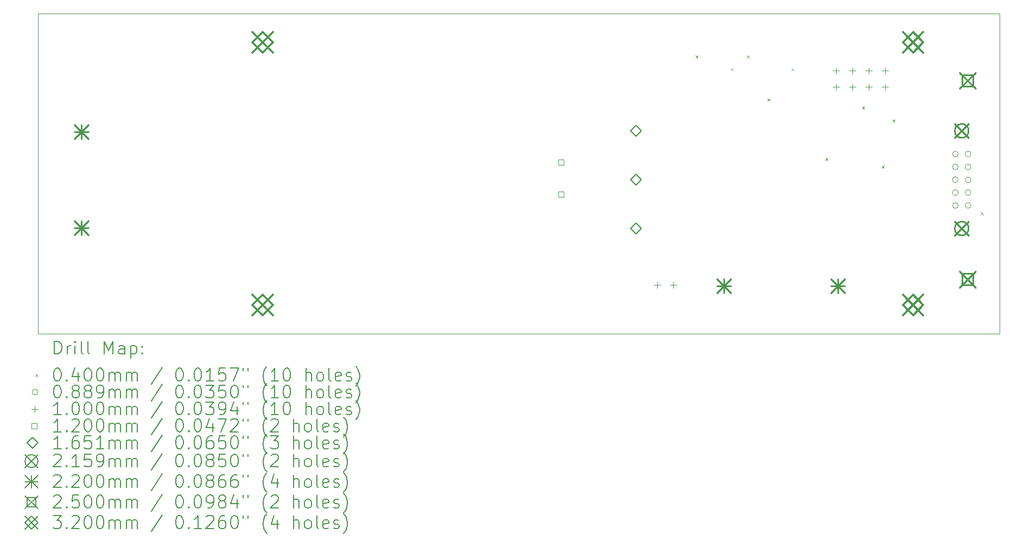
<source format=gbr>
%TF.GenerationSoftware,KiCad,Pcbnew,(6.0.10-0)*%
%TF.CreationDate,2023-02-08T11:03:38+05:30*%
%TF.ProjectId,dbe_dcdc,6462655f-6463-4646-932e-6b696361645f,rev?*%
%TF.SameCoordinates,Original*%
%TF.FileFunction,Drillmap*%
%TF.FilePolarity,Positive*%
%FSLAX45Y45*%
G04 Gerber Fmt 4.5, Leading zero omitted, Abs format (unit mm)*
G04 Created by KiCad (PCBNEW (6.0.10-0)) date 2023-02-08 11:03:38*
%MOMM*%
%LPD*%
G01*
G04 APERTURE LIST*
%ADD10C,0.100000*%
%ADD11C,0.200000*%
%ADD12C,0.040000*%
%ADD13C,0.088900*%
%ADD14C,0.120000*%
%ADD15C,0.165100*%
%ADD16C,0.215900*%
%ADD17C,0.220000*%
%ADD18C,0.250000*%
%ADD19C,0.320000*%
G04 APERTURE END LIST*
D10*
X2000000Y-6050000D02*
X17000000Y-6050000D01*
X17000000Y-6050000D02*
X17000000Y-11050000D01*
X17000000Y-11050000D02*
X2000000Y-11050000D01*
X2000000Y-11050000D02*
X2000000Y-6050000D01*
D11*
D12*
X12255000Y-6705000D02*
X12295000Y-6745000D01*
X12295000Y-6705000D02*
X12255000Y-6745000D01*
X12805000Y-6905000D02*
X12845000Y-6945000D01*
X12845000Y-6905000D02*
X12805000Y-6945000D01*
X13055000Y-6705000D02*
X13095000Y-6745000D01*
X13095000Y-6705000D02*
X13055000Y-6745000D01*
X13380000Y-7380000D02*
X13420000Y-7420000D01*
X13420000Y-7380000D02*
X13380000Y-7420000D01*
X13755000Y-6905050D02*
X13795000Y-6945050D01*
X13795000Y-6905050D02*
X13755000Y-6945050D01*
X14280000Y-8305000D02*
X14320000Y-8345000D01*
X14320000Y-8305000D02*
X14280000Y-8345000D01*
X14855000Y-7505000D02*
X14895000Y-7545000D01*
X14895000Y-7505000D02*
X14855000Y-7545000D01*
X15159665Y-8424665D02*
X15199665Y-8464665D01*
X15199665Y-8424665D02*
X15159665Y-8464665D01*
X15330000Y-7705000D02*
X15370000Y-7745000D01*
X15370000Y-7705000D02*
X15330000Y-7745000D01*
X16705000Y-9155000D02*
X16745000Y-9195000D01*
X16745000Y-9155000D02*
X16705000Y-9195000D01*
D13*
X16354715Y-8244005D02*
G75*
G03*
X16354715Y-8244005I-44450J0D01*
G01*
X16354715Y-8444665D02*
G75*
G03*
X16354715Y-8444665I-44450J0D01*
G01*
X16354715Y-8645325D02*
G75*
G03*
X16354715Y-8645325I-44450J0D01*
G01*
X16354715Y-8845985D02*
G75*
G03*
X16354715Y-8845985I-44450J0D01*
G01*
X16354715Y-9046645D02*
G75*
G03*
X16354715Y-9046645I-44450J0D01*
G01*
X16552835Y-8244005D02*
G75*
G03*
X16552835Y-8244005I-44450J0D01*
G01*
X16552835Y-8444665D02*
G75*
G03*
X16552835Y-8444665I-44450J0D01*
G01*
X16552835Y-8645325D02*
G75*
G03*
X16552835Y-8645325I-44450J0D01*
G01*
X16552835Y-8845985D02*
G75*
G03*
X16552835Y-8845985I-44450J0D01*
G01*
X16552835Y-9046645D02*
G75*
G03*
X16552835Y-9046645I-44450J0D01*
G01*
D10*
X11661000Y-10237000D02*
X11661000Y-10337000D01*
X11611000Y-10287000D02*
X11711000Y-10287000D01*
X11915000Y-10237000D02*
X11915000Y-10337000D01*
X11865000Y-10287000D02*
X11965000Y-10287000D01*
X14450000Y-6896000D02*
X14450000Y-6996000D01*
X14400000Y-6946000D02*
X14500000Y-6946000D01*
X14450000Y-7150000D02*
X14450000Y-7250000D01*
X14400000Y-7200000D02*
X14500000Y-7200000D01*
X14704000Y-6896000D02*
X14704000Y-6996000D01*
X14654000Y-6946000D02*
X14754000Y-6946000D01*
X14704000Y-7150000D02*
X14704000Y-7250000D01*
X14654000Y-7200000D02*
X14754000Y-7200000D01*
X14958000Y-6896000D02*
X14958000Y-6996000D01*
X14908000Y-6946000D02*
X15008000Y-6946000D01*
X14958000Y-7150000D02*
X14958000Y-7250000D01*
X14908000Y-7200000D02*
X15008000Y-7200000D01*
X15212000Y-6896000D02*
X15212000Y-6996000D01*
X15162000Y-6946000D02*
X15262000Y-6946000D01*
X15212000Y-7150000D02*
X15212000Y-7250000D01*
X15162000Y-7200000D02*
X15262000Y-7200000D01*
D14*
X10202427Y-8416427D02*
X10202427Y-8331573D01*
X10117573Y-8331573D01*
X10117573Y-8416427D01*
X10202427Y-8416427D01*
X10202427Y-8916427D02*
X10202427Y-8831573D01*
X10117573Y-8831573D01*
X10117573Y-8916427D01*
X10202427Y-8916427D01*
D15*
X11329325Y-7965875D02*
X11411875Y-7883325D01*
X11329325Y-7800775D01*
X11246775Y-7883325D01*
X11329325Y-7965875D01*
X11329325Y-8727875D02*
X11411875Y-8645325D01*
X11329325Y-8562775D01*
X11246775Y-8645325D01*
X11329325Y-8727875D01*
X11329325Y-9489875D02*
X11411875Y-9407325D01*
X11329325Y-9324775D01*
X11246775Y-9407325D01*
X11329325Y-9489875D01*
D16*
X16301375Y-7775375D02*
X16517275Y-7991275D01*
X16517275Y-7775375D02*
X16301375Y-7991275D01*
X16517275Y-7883325D02*
G75*
G03*
X16517275Y-7883325I-107950J0D01*
G01*
X16301375Y-9299375D02*
X16517275Y-9515275D01*
X16517275Y-9299375D02*
X16301375Y-9515275D01*
X16517275Y-9407325D02*
G75*
G03*
X16517275Y-9407325I-107950J0D01*
G01*
D17*
X2565000Y-7790000D02*
X2785000Y-8010000D01*
X2785000Y-7790000D02*
X2565000Y-8010000D01*
X2675000Y-7790000D02*
X2675000Y-8010000D01*
X2565000Y-7900000D02*
X2785000Y-7900000D01*
X2565000Y-9290000D02*
X2785000Y-9510000D01*
X2785000Y-9290000D02*
X2565000Y-9510000D01*
X2675000Y-9290000D02*
X2675000Y-9510000D01*
X2565000Y-9400000D02*
X2785000Y-9400000D01*
X12590000Y-10190000D02*
X12810000Y-10410000D01*
X12810000Y-10190000D02*
X12590000Y-10410000D01*
X12700000Y-10190000D02*
X12700000Y-10410000D01*
X12590000Y-10300000D02*
X12810000Y-10300000D01*
X14365000Y-10190000D02*
X14585000Y-10410000D01*
X14585000Y-10190000D02*
X14365000Y-10410000D01*
X14475000Y-10190000D02*
X14475000Y-10410000D01*
X14365000Y-10300000D02*
X14585000Y-10300000D01*
D18*
X16375000Y-6975000D02*
X16625000Y-7225000D01*
X16625000Y-6975000D02*
X16375000Y-7225000D01*
X16588389Y-7188389D02*
X16588389Y-7011611D01*
X16411611Y-7011611D01*
X16411611Y-7188389D01*
X16588389Y-7188389D01*
X16375000Y-10075000D02*
X16625000Y-10325000D01*
X16625000Y-10075000D02*
X16375000Y-10325000D01*
X16588389Y-10288389D02*
X16588389Y-10111611D01*
X16411611Y-10111611D01*
X16411611Y-10288389D01*
X16588389Y-10288389D01*
D19*
X5340000Y-6340000D02*
X5660000Y-6660000D01*
X5660000Y-6340000D02*
X5340000Y-6660000D01*
X5500000Y-6660000D02*
X5660000Y-6500000D01*
X5500000Y-6340000D01*
X5340000Y-6500000D01*
X5500000Y-6660000D01*
X5340000Y-10440000D02*
X5660000Y-10760000D01*
X5660000Y-10440000D02*
X5340000Y-10760000D01*
X5500000Y-10760000D02*
X5660000Y-10600000D01*
X5500000Y-10440000D01*
X5340000Y-10600000D01*
X5500000Y-10760000D01*
X15490000Y-6340000D02*
X15810000Y-6660000D01*
X15810000Y-6340000D02*
X15490000Y-6660000D01*
X15650000Y-6660000D02*
X15810000Y-6500000D01*
X15650000Y-6340000D01*
X15490000Y-6500000D01*
X15650000Y-6660000D01*
X15490000Y-10440000D02*
X15810000Y-10760000D01*
X15810000Y-10440000D02*
X15490000Y-10760000D01*
X15650000Y-10760000D02*
X15810000Y-10600000D01*
X15650000Y-10440000D01*
X15490000Y-10600000D01*
X15650000Y-10760000D01*
D11*
X2252619Y-11365476D02*
X2252619Y-11165476D01*
X2300238Y-11165476D01*
X2328810Y-11175000D01*
X2347857Y-11194048D01*
X2357381Y-11213095D01*
X2366905Y-11251190D01*
X2366905Y-11279762D01*
X2357381Y-11317857D01*
X2347857Y-11336905D01*
X2328810Y-11355952D01*
X2300238Y-11365476D01*
X2252619Y-11365476D01*
X2452619Y-11365476D02*
X2452619Y-11232143D01*
X2452619Y-11270238D02*
X2462143Y-11251190D01*
X2471667Y-11241667D01*
X2490714Y-11232143D01*
X2509762Y-11232143D01*
X2576429Y-11365476D02*
X2576429Y-11232143D01*
X2576429Y-11165476D02*
X2566905Y-11175000D01*
X2576429Y-11184524D01*
X2585952Y-11175000D01*
X2576429Y-11165476D01*
X2576429Y-11184524D01*
X2700238Y-11365476D02*
X2681190Y-11355952D01*
X2671667Y-11336905D01*
X2671667Y-11165476D01*
X2805000Y-11365476D02*
X2785952Y-11355952D01*
X2776429Y-11336905D01*
X2776429Y-11165476D01*
X3033571Y-11365476D02*
X3033571Y-11165476D01*
X3100238Y-11308333D01*
X3166905Y-11165476D01*
X3166905Y-11365476D01*
X3347857Y-11365476D02*
X3347857Y-11260714D01*
X3338333Y-11241667D01*
X3319286Y-11232143D01*
X3281190Y-11232143D01*
X3262143Y-11241667D01*
X3347857Y-11355952D02*
X3328809Y-11365476D01*
X3281190Y-11365476D01*
X3262143Y-11355952D01*
X3252619Y-11336905D01*
X3252619Y-11317857D01*
X3262143Y-11298809D01*
X3281190Y-11289286D01*
X3328809Y-11289286D01*
X3347857Y-11279762D01*
X3443095Y-11232143D02*
X3443095Y-11432143D01*
X3443095Y-11241667D02*
X3462143Y-11232143D01*
X3500238Y-11232143D01*
X3519286Y-11241667D01*
X3528809Y-11251190D01*
X3538333Y-11270238D01*
X3538333Y-11327381D01*
X3528809Y-11346428D01*
X3519286Y-11355952D01*
X3500238Y-11365476D01*
X3462143Y-11365476D01*
X3443095Y-11355952D01*
X3624048Y-11346428D02*
X3633571Y-11355952D01*
X3624048Y-11365476D01*
X3614524Y-11355952D01*
X3624048Y-11346428D01*
X3624048Y-11365476D01*
X3624048Y-11241667D02*
X3633571Y-11251190D01*
X3624048Y-11260714D01*
X3614524Y-11251190D01*
X3624048Y-11241667D01*
X3624048Y-11260714D01*
D12*
X1955000Y-11675000D02*
X1995000Y-11715000D01*
X1995000Y-11675000D02*
X1955000Y-11715000D01*
D11*
X2290714Y-11585476D02*
X2309762Y-11585476D01*
X2328810Y-11595000D01*
X2338333Y-11604524D01*
X2347857Y-11623571D01*
X2357381Y-11661667D01*
X2357381Y-11709286D01*
X2347857Y-11747381D01*
X2338333Y-11766428D01*
X2328810Y-11775952D01*
X2309762Y-11785476D01*
X2290714Y-11785476D01*
X2271667Y-11775952D01*
X2262143Y-11766428D01*
X2252619Y-11747381D01*
X2243095Y-11709286D01*
X2243095Y-11661667D01*
X2252619Y-11623571D01*
X2262143Y-11604524D01*
X2271667Y-11595000D01*
X2290714Y-11585476D01*
X2443095Y-11766428D02*
X2452619Y-11775952D01*
X2443095Y-11785476D01*
X2433571Y-11775952D01*
X2443095Y-11766428D01*
X2443095Y-11785476D01*
X2624048Y-11652143D02*
X2624048Y-11785476D01*
X2576429Y-11575952D02*
X2528810Y-11718809D01*
X2652619Y-11718809D01*
X2766905Y-11585476D02*
X2785952Y-11585476D01*
X2805000Y-11595000D01*
X2814524Y-11604524D01*
X2824048Y-11623571D01*
X2833571Y-11661667D01*
X2833571Y-11709286D01*
X2824048Y-11747381D01*
X2814524Y-11766428D01*
X2805000Y-11775952D01*
X2785952Y-11785476D01*
X2766905Y-11785476D01*
X2747857Y-11775952D01*
X2738333Y-11766428D01*
X2728810Y-11747381D01*
X2719286Y-11709286D01*
X2719286Y-11661667D01*
X2728810Y-11623571D01*
X2738333Y-11604524D01*
X2747857Y-11595000D01*
X2766905Y-11585476D01*
X2957381Y-11585476D02*
X2976428Y-11585476D01*
X2995476Y-11595000D01*
X3005000Y-11604524D01*
X3014524Y-11623571D01*
X3024048Y-11661667D01*
X3024048Y-11709286D01*
X3014524Y-11747381D01*
X3005000Y-11766428D01*
X2995476Y-11775952D01*
X2976428Y-11785476D01*
X2957381Y-11785476D01*
X2938333Y-11775952D01*
X2928809Y-11766428D01*
X2919286Y-11747381D01*
X2909762Y-11709286D01*
X2909762Y-11661667D01*
X2919286Y-11623571D01*
X2928809Y-11604524D01*
X2938333Y-11595000D01*
X2957381Y-11585476D01*
X3109762Y-11785476D02*
X3109762Y-11652143D01*
X3109762Y-11671190D02*
X3119286Y-11661667D01*
X3138333Y-11652143D01*
X3166905Y-11652143D01*
X3185952Y-11661667D01*
X3195476Y-11680714D01*
X3195476Y-11785476D01*
X3195476Y-11680714D02*
X3205000Y-11661667D01*
X3224048Y-11652143D01*
X3252619Y-11652143D01*
X3271667Y-11661667D01*
X3281190Y-11680714D01*
X3281190Y-11785476D01*
X3376428Y-11785476D02*
X3376428Y-11652143D01*
X3376428Y-11671190D02*
X3385952Y-11661667D01*
X3405000Y-11652143D01*
X3433571Y-11652143D01*
X3452619Y-11661667D01*
X3462143Y-11680714D01*
X3462143Y-11785476D01*
X3462143Y-11680714D02*
X3471667Y-11661667D01*
X3490714Y-11652143D01*
X3519286Y-11652143D01*
X3538333Y-11661667D01*
X3547857Y-11680714D01*
X3547857Y-11785476D01*
X3938333Y-11575952D02*
X3766905Y-11833095D01*
X4195476Y-11585476D02*
X4214524Y-11585476D01*
X4233571Y-11595000D01*
X4243095Y-11604524D01*
X4252619Y-11623571D01*
X4262143Y-11661667D01*
X4262143Y-11709286D01*
X4252619Y-11747381D01*
X4243095Y-11766428D01*
X4233571Y-11775952D01*
X4214524Y-11785476D01*
X4195476Y-11785476D01*
X4176428Y-11775952D01*
X4166905Y-11766428D01*
X4157381Y-11747381D01*
X4147857Y-11709286D01*
X4147857Y-11661667D01*
X4157381Y-11623571D01*
X4166905Y-11604524D01*
X4176428Y-11595000D01*
X4195476Y-11585476D01*
X4347857Y-11766428D02*
X4357381Y-11775952D01*
X4347857Y-11785476D01*
X4338333Y-11775952D01*
X4347857Y-11766428D01*
X4347857Y-11785476D01*
X4481190Y-11585476D02*
X4500238Y-11585476D01*
X4519286Y-11595000D01*
X4528810Y-11604524D01*
X4538333Y-11623571D01*
X4547857Y-11661667D01*
X4547857Y-11709286D01*
X4538333Y-11747381D01*
X4528810Y-11766428D01*
X4519286Y-11775952D01*
X4500238Y-11785476D01*
X4481190Y-11785476D01*
X4462143Y-11775952D01*
X4452619Y-11766428D01*
X4443095Y-11747381D01*
X4433571Y-11709286D01*
X4433571Y-11661667D01*
X4443095Y-11623571D01*
X4452619Y-11604524D01*
X4462143Y-11595000D01*
X4481190Y-11585476D01*
X4738333Y-11785476D02*
X4624048Y-11785476D01*
X4681190Y-11785476D02*
X4681190Y-11585476D01*
X4662143Y-11614048D01*
X4643095Y-11633095D01*
X4624048Y-11642619D01*
X4919286Y-11585476D02*
X4824048Y-11585476D01*
X4814524Y-11680714D01*
X4824048Y-11671190D01*
X4843095Y-11661667D01*
X4890714Y-11661667D01*
X4909762Y-11671190D01*
X4919286Y-11680714D01*
X4928810Y-11699762D01*
X4928810Y-11747381D01*
X4919286Y-11766428D01*
X4909762Y-11775952D01*
X4890714Y-11785476D01*
X4843095Y-11785476D01*
X4824048Y-11775952D01*
X4814524Y-11766428D01*
X4995476Y-11585476D02*
X5128810Y-11585476D01*
X5043095Y-11785476D01*
X5195476Y-11585476D02*
X5195476Y-11623571D01*
X5271667Y-11585476D02*
X5271667Y-11623571D01*
X5566905Y-11861667D02*
X5557381Y-11852143D01*
X5538333Y-11823571D01*
X5528810Y-11804524D01*
X5519286Y-11775952D01*
X5509762Y-11728333D01*
X5509762Y-11690238D01*
X5519286Y-11642619D01*
X5528810Y-11614048D01*
X5538333Y-11595000D01*
X5557381Y-11566428D01*
X5566905Y-11556905D01*
X5747857Y-11785476D02*
X5633571Y-11785476D01*
X5690714Y-11785476D02*
X5690714Y-11585476D01*
X5671667Y-11614048D01*
X5652619Y-11633095D01*
X5633571Y-11642619D01*
X5871667Y-11585476D02*
X5890714Y-11585476D01*
X5909762Y-11595000D01*
X5919286Y-11604524D01*
X5928809Y-11623571D01*
X5938333Y-11661667D01*
X5938333Y-11709286D01*
X5928809Y-11747381D01*
X5919286Y-11766428D01*
X5909762Y-11775952D01*
X5890714Y-11785476D01*
X5871667Y-11785476D01*
X5852619Y-11775952D01*
X5843095Y-11766428D01*
X5833571Y-11747381D01*
X5824048Y-11709286D01*
X5824048Y-11661667D01*
X5833571Y-11623571D01*
X5843095Y-11604524D01*
X5852619Y-11595000D01*
X5871667Y-11585476D01*
X6176428Y-11785476D02*
X6176428Y-11585476D01*
X6262143Y-11785476D02*
X6262143Y-11680714D01*
X6252619Y-11661667D01*
X6233571Y-11652143D01*
X6205000Y-11652143D01*
X6185952Y-11661667D01*
X6176428Y-11671190D01*
X6385952Y-11785476D02*
X6366905Y-11775952D01*
X6357381Y-11766428D01*
X6347857Y-11747381D01*
X6347857Y-11690238D01*
X6357381Y-11671190D01*
X6366905Y-11661667D01*
X6385952Y-11652143D01*
X6414524Y-11652143D01*
X6433571Y-11661667D01*
X6443095Y-11671190D01*
X6452619Y-11690238D01*
X6452619Y-11747381D01*
X6443095Y-11766428D01*
X6433571Y-11775952D01*
X6414524Y-11785476D01*
X6385952Y-11785476D01*
X6566905Y-11785476D02*
X6547857Y-11775952D01*
X6538333Y-11756905D01*
X6538333Y-11585476D01*
X6719286Y-11775952D02*
X6700238Y-11785476D01*
X6662143Y-11785476D01*
X6643095Y-11775952D01*
X6633571Y-11756905D01*
X6633571Y-11680714D01*
X6643095Y-11661667D01*
X6662143Y-11652143D01*
X6700238Y-11652143D01*
X6719286Y-11661667D01*
X6728809Y-11680714D01*
X6728809Y-11699762D01*
X6633571Y-11718809D01*
X6805000Y-11775952D02*
X6824048Y-11785476D01*
X6862143Y-11785476D01*
X6881190Y-11775952D01*
X6890714Y-11756905D01*
X6890714Y-11747381D01*
X6881190Y-11728333D01*
X6862143Y-11718809D01*
X6833571Y-11718809D01*
X6814524Y-11709286D01*
X6805000Y-11690238D01*
X6805000Y-11680714D01*
X6814524Y-11661667D01*
X6833571Y-11652143D01*
X6862143Y-11652143D01*
X6881190Y-11661667D01*
X6957381Y-11861667D02*
X6966905Y-11852143D01*
X6985952Y-11823571D01*
X6995476Y-11804524D01*
X7005000Y-11775952D01*
X7014524Y-11728333D01*
X7014524Y-11690238D01*
X7005000Y-11642619D01*
X6995476Y-11614048D01*
X6985952Y-11595000D01*
X6966905Y-11566428D01*
X6957381Y-11556905D01*
D13*
X1995000Y-11959000D02*
G75*
G03*
X1995000Y-11959000I-44450J0D01*
G01*
D11*
X2290714Y-11849476D02*
X2309762Y-11849476D01*
X2328810Y-11859000D01*
X2338333Y-11868524D01*
X2347857Y-11887571D01*
X2357381Y-11925667D01*
X2357381Y-11973286D01*
X2347857Y-12011381D01*
X2338333Y-12030428D01*
X2328810Y-12039952D01*
X2309762Y-12049476D01*
X2290714Y-12049476D01*
X2271667Y-12039952D01*
X2262143Y-12030428D01*
X2252619Y-12011381D01*
X2243095Y-11973286D01*
X2243095Y-11925667D01*
X2252619Y-11887571D01*
X2262143Y-11868524D01*
X2271667Y-11859000D01*
X2290714Y-11849476D01*
X2443095Y-12030428D02*
X2452619Y-12039952D01*
X2443095Y-12049476D01*
X2433571Y-12039952D01*
X2443095Y-12030428D01*
X2443095Y-12049476D01*
X2566905Y-11935190D02*
X2547857Y-11925667D01*
X2538333Y-11916143D01*
X2528810Y-11897095D01*
X2528810Y-11887571D01*
X2538333Y-11868524D01*
X2547857Y-11859000D01*
X2566905Y-11849476D01*
X2605000Y-11849476D01*
X2624048Y-11859000D01*
X2633571Y-11868524D01*
X2643095Y-11887571D01*
X2643095Y-11897095D01*
X2633571Y-11916143D01*
X2624048Y-11925667D01*
X2605000Y-11935190D01*
X2566905Y-11935190D01*
X2547857Y-11944714D01*
X2538333Y-11954238D01*
X2528810Y-11973286D01*
X2528810Y-12011381D01*
X2538333Y-12030428D01*
X2547857Y-12039952D01*
X2566905Y-12049476D01*
X2605000Y-12049476D01*
X2624048Y-12039952D01*
X2633571Y-12030428D01*
X2643095Y-12011381D01*
X2643095Y-11973286D01*
X2633571Y-11954238D01*
X2624048Y-11944714D01*
X2605000Y-11935190D01*
X2757381Y-11935190D02*
X2738333Y-11925667D01*
X2728810Y-11916143D01*
X2719286Y-11897095D01*
X2719286Y-11887571D01*
X2728810Y-11868524D01*
X2738333Y-11859000D01*
X2757381Y-11849476D01*
X2795476Y-11849476D01*
X2814524Y-11859000D01*
X2824048Y-11868524D01*
X2833571Y-11887571D01*
X2833571Y-11897095D01*
X2824048Y-11916143D01*
X2814524Y-11925667D01*
X2795476Y-11935190D01*
X2757381Y-11935190D01*
X2738333Y-11944714D01*
X2728810Y-11954238D01*
X2719286Y-11973286D01*
X2719286Y-12011381D01*
X2728810Y-12030428D01*
X2738333Y-12039952D01*
X2757381Y-12049476D01*
X2795476Y-12049476D01*
X2814524Y-12039952D01*
X2824048Y-12030428D01*
X2833571Y-12011381D01*
X2833571Y-11973286D01*
X2824048Y-11954238D01*
X2814524Y-11944714D01*
X2795476Y-11935190D01*
X2928809Y-12049476D02*
X2966905Y-12049476D01*
X2985952Y-12039952D01*
X2995476Y-12030428D01*
X3014524Y-12001857D01*
X3024048Y-11963762D01*
X3024048Y-11887571D01*
X3014524Y-11868524D01*
X3005000Y-11859000D01*
X2985952Y-11849476D01*
X2947857Y-11849476D01*
X2928809Y-11859000D01*
X2919286Y-11868524D01*
X2909762Y-11887571D01*
X2909762Y-11935190D01*
X2919286Y-11954238D01*
X2928809Y-11963762D01*
X2947857Y-11973286D01*
X2985952Y-11973286D01*
X3005000Y-11963762D01*
X3014524Y-11954238D01*
X3024048Y-11935190D01*
X3109762Y-12049476D02*
X3109762Y-11916143D01*
X3109762Y-11935190D02*
X3119286Y-11925667D01*
X3138333Y-11916143D01*
X3166905Y-11916143D01*
X3185952Y-11925667D01*
X3195476Y-11944714D01*
X3195476Y-12049476D01*
X3195476Y-11944714D02*
X3205000Y-11925667D01*
X3224048Y-11916143D01*
X3252619Y-11916143D01*
X3271667Y-11925667D01*
X3281190Y-11944714D01*
X3281190Y-12049476D01*
X3376428Y-12049476D02*
X3376428Y-11916143D01*
X3376428Y-11935190D02*
X3385952Y-11925667D01*
X3405000Y-11916143D01*
X3433571Y-11916143D01*
X3452619Y-11925667D01*
X3462143Y-11944714D01*
X3462143Y-12049476D01*
X3462143Y-11944714D02*
X3471667Y-11925667D01*
X3490714Y-11916143D01*
X3519286Y-11916143D01*
X3538333Y-11925667D01*
X3547857Y-11944714D01*
X3547857Y-12049476D01*
X3938333Y-11839952D02*
X3766905Y-12097095D01*
X4195476Y-11849476D02*
X4214524Y-11849476D01*
X4233571Y-11859000D01*
X4243095Y-11868524D01*
X4252619Y-11887571D01*
X4262143Y-11925667D01*
X4262143Y-11973286D01*
X4252619Y-12011381D01*
X4243095Y-12030428D01*
X4233571Y-12039952D01*
X4214524Y-12049476D01*
X4195476Y-12049476D01*
X4176428Y-12039952D01*
X4166905Y-12030428D01*
X4157381Y-12011381D01*
X4147857Y-11973286D01*
X4147857Y-11925667D01*
X4157381Y-11887571D01*
X4166905Y-11868524D01*
X4176428Y-11859000D01*
X4195476Y-11849476D01*
X4347857Y-12030428D02*
X4357381Y-12039952D01*
X4347857Y-12049476D01*
X4338333Y-12039952D01*
X4347857Y-12030428D01*
X4347857Y-12049476D01*
X4481190Y-11849476D02*
X4500238Y-11849476D01*
X4519286Y-11859000D01*
X4528810Y-11868524D01*
X4538333Y-11887571D01*
X4547857Y-11925667D01*
X4547857Y-11973286D01*
X4538333Y-12011381D01*
X4528810Y-12030428D01*
X4519286Y-12039952D01*
X4500238Y-12049476D01*
X4481190Y-12049476D01*
X4462143Y-12039952D01*
X4452619Y-12030428D01*
X4443095Y-12011381D01*
X4433571Y-11973286D01*
X4433571Y-11925667D01*
X4443095Y-11887571D01*
X4452619Y-11868524D01*
X4462143Y-11859000D01*
X4481190Y-11849476D01*
X4614524Y-11849476D02*
X4738333Y-11849476D01*
X4671667Y-11925667D01*
X4700238Y-11925667D01*
X4719286Y-11935190D01*
X4728810Y-11944714D01*
X4738333Y-11963762D01*
X4738333Y-12011381D01*
X4728810Y-12030428D01*
X4719286Y-12039952D01*
X4700238Y-12049476D01*
X4643095Y-12049476D01*
X4624048Y-12039952D01*
X4614524Y-12030428D01*
X4919286Y-11849476D02*
X4824048Y-11849476D01*
X4814524Y-11944714D01*
X4824048Y-11935190D01*
X4843095Y-11925667D01*
X4890714Y-11925667D01*
X4909762Y-11935190D01*
X4919286Y-11944714D01*
X4928810Y-11963762D01*
X4928810Y-12011381D01*
X4919286Y-12030428D01*
X4909762Y-12039952D01*
X4890714Y-12049476D01*
X4843095Y-12049476D01*
X4824048Y-12039952D01*
X4814524Y-12030428D01*
X5052619Y-11849476D02*
X5071667Y-11849476D01*
X5090714Y-11859000D01*
X5100238Y-11868524D01*
X5109762Y-11887571D01*
X5119286Y-11925667D01*
X5119286Y-11973286D01*
X5109762Y-12011381D01*
X5100238Y-12030428D01*
X5090714Y-12039952D01*
X5071667Y-12049476D01*
X5052619Y-12049476D01*
X5033571Y-12039952D01*
X5024048Y-12030428D01*
X5014524Y-12011381D01*
X5005000Y-11973286D01*
X5005000Y-11925667D01*
X5014524Y-11887571D01*
X5024048Y-11868524D01*
X5033571Y-11859000D01*
X5052619Y-11849476D01*
X5195476Y-11849476D02*
X5195476Y-11887571D01*
X5271667Y-11849476D02*
X5271667Y-11887571D01*
X5566905Y-12125667D02*
X5557381Y-12116143D01*
X5538333Y-12087571D01*
X5528810Y-12068524D01*
X5519286Y-12039952D01*
X5509762Y-11992333D01*
X5509762Y-11954238D01*
X5519286Y-11906619D01*
X5528810Y-11878048D01*
X5538333Y-11859000D01*
X5557381Y-11830428D01*
X5566905Y-11820905D01*
X5747857Y-12049476D02*
X5633571Y-12049476D01*
X5690714Y-12049476D02*
X5690714Y-11849476D01*
X5671667Y-11878048D01*
X5652619Y-11897095D01*
X5633571Y-11906619D01*
X5871667Y-11849476D02*
X5890714Y-11849476D01*
X5909762Y-11859000D01*
X5919286Y-11868524D01*
X5928809Y-11887571D01*
X5938333Y-11925667D01*
X5938333Y-11973286D01*
X5928809Y-12011381D01*
X5919286Y-12030428D01*
X5909762Y-12039952D01*
X5890714Y-12049476D01*
X5871667Y-12049476D01*
X5852619Y-12039952D01*
X5843095Y-12030428D01*
X5833571Y-12011381D01*
X5824048Y-11973286D01*
X5824048Y-11925667D01*
X5833571Y-11887571D01*
X5843095Y-11868524D01*
X5852619Y-11859000D01*
X5871667Y-11849476D01*
X6176428Y-12049476D02*
X6176428Y-11849476D01*
X6262143Y-12049476D02*
X6262143Y-11944714D01*
X6252619Y-11925667D01*
X6233571Y-11916143D01*
X6205000Y-11916143D01*
X6185952Y-11925667D01*
X6176428Y-11935190D01*
X6385952Y-12049476D02*
X6366905Y-12039952D01*
X6357381Y-12030428D01*
X6347857Y-12011381D01*
X6347857Y-11954238D01*
X6357381Y-11935190D01*
X6366905Y-11925667D01*
X6385952Y-11916143D01*
X6414524Y-11916143D01*
X6433571Y-11925667D01*
X6443095Y-11935190D01*
X6452619Y-11954238D01*
X6452619Y-12011381D01*
X6443095Y-12030428D01*
X6433571Y-12039952D01*
X6414524Y-12049476D01*
X6385952Y-12049476D01*
X6566905Y-12049476D02*
X6547857Y-12039952D01*
X6538333Y-12020905D01*
X6538333Y-11849476D01*
X6719286Y-12039952D02*
X6700238Y-12049476D01*
X6662143Y-12049476D01*
X6643095Y-12039952D01*
X6633571Y-12020905D01*
X6633571Y-11944714D01*
X6643095Y-11925667D01*
X6662143Y-11916143D01*
X6700238Y-11916143D01*
X6719286Y-11925667D01*
X6728809Y-11944714D01*
X6728809Y-11963762D01*
X6633571Y-11982809D01*
X6805000Y-12039952D02*
X6824048Y-12049476D01*
X6862143Y-12049476D01*
X6881190Y-12039952D01*
X6890714Y-12020905D01*
X6890714Y-12011381D01*
X6881190Y-11992333D01*
X6862143Y-11982809D01*
X6833571Y-11982809D01*
X6814524Y-11973286D01*
X6805000Y-11954238D01*
X6805000Y-11944714D01*
X6814524Y-11925667D01*
X6833571Y-11916143D01*
X6862143Y-11916143D01*
X6881190Y-11925667D01*
X6957381Y-12125667D02*
X6966905Y-12116143D01*
X6985952Y-12087571D01*
X6995476Y-12068524D01*
X7005000Y-12039952D01*
X7014524Y-11992333D01*
X7014524Y-11954238D01*
X7005000Y-11906619D01*
X6995476Y-11878048D01*
X6985952Y-11859000D01*
X6966905Y-11830428D01*
X6957381Y-11820905D01*
D10*
X1945000Y-12173000D02*
X1945000Y-12273000D01*
X1895000Y-12223000D02*
X1995000Y-12223000D01*
D11*
X2357381Y-12313476D02*
X2243095Y-12313476D01*
X2300238Y-12313476D02*
X2300238Y-12113476D01*
X2281190Y-12142048D01*
X2262143Y-12161095D01*
X2243095Y-12170619D01*
X2443095Y-12294428D02*
X2452619Y-12303952D01*
X2443095Y-12313476D01*
X2433571Y-12303952D01*
X2443095Y-12294428D01*
X2443095Y-12313476D01*
X2576429Y-12113476D02*
X2595476Y-12113476D01*
X2614524Y-12123000D01*
X2624048Y-12132524D01*
X2633571Y-12151571D01*
X2643095Y-12189667D01*
X2643095Y-12237286D01*
X2633571Y-12275381D01*
X2624048Y-12294428D01*
X2614524Y-12303952D01*
X2595476Y-12313476D01*
X2576429Y-12313476D01*
X2557381Y-12303952D01*
X2547857Y-12294428D01*
X2538333Y-12275381D01*
X2528810Y-12237286D01*
X2528810Y-12189667D01*
X2538333Y-12151571D01*
X2547857Y-12132524D01*
X2557381Y-12123000D01*
X2576429Y-12113476D01*
X2766905Y-12113476D02*
X2785952Y-12113476D01*
X2805000Y-12123000D01*
X2814524Y-12132524D01*
X2824048Y-12151571D01*
X2833571Y-12189667D01*
X2833571Y-12237286D01*
X2824048Y-12275381D01*
X2814524Y-12294428D01*
X2805000Y-12303952D01*
X2785952Y-12313476D01*
X2766905Y-12313476D01*
X2747857Y-12303952D01*
X2738333Y-12294428D01*
X2728810Y-12275381D01*
X2719286Y-12237286D01*
X2719286Y-12189667D01*
X2728810Y-12151571D01*
X2738333Y-12132524D01*
X2747857Y-12123000D01*
X2766905Y-12113476D01*
X2957381Y-12113476D02*
X2976428Y-12113476D01*
X2995476Y-12123000D01*
X3005000Y-12132524D01*
X3014524Y-12151571D01*
X3024048Y-12189667D01*
X3024048Y-12237286D01*
X3014524Y-12275381D01*
X3005000Y-12294428D01*
X2995476Y-12303952D01*
X2976428Y-12313476D01*
X2957381Y-12313476D01*
X2938333Y-12303952D01*
X2928809Y-12294428D01*
X2919286Y-12275381D01*
X2909762Y-12237286D01*
X2909762Y-12189667D01*
X2919286Y-12151571D01*
X2928809Y-12132524D01*
X2938333Y-12123000D01*
X2957381Y-12113476D01*
X3109762Y-12313476D02*
X3109762Y-12180143D01*
X3109762Y-12199190D02*
X3119286Y-12189667D01*
X3138333Y-12180143D01*
X3166905Y-12180143D01*
X3185952Y-12189667D01*
X3195476Y-12208714D01*
X3195476Y-12313476D01*
X3195476Y-12208714D02*
X3205000Y-12189667D01*
X3224048Y-12180143D01*
X3252619Y-12180143D01*
X3271667Y-12189667D01*
X3281190Y-12208714D01*
X3281190Y-12313476D01*
X3376428Y-12313476D02*
X3376428Y-12180143D01*
X3376428Y-12199190D02*
X3385952Y-12189667D01*
X3405000Y-12180143D01*
X3433571Y-12180143D01*
X3452619Y-12189667D01*
X3462143Y-12208714D01*
X3462143Y-12313476D01*
X3462143Y-12208714D02*
X3471667Y-12189667D01*
X3490714Y-12180143D01*
X3519286Y-12180143D01*
X3538333Y-12189667D01*
X3547857Y-12208714D01*
X3547857Y-12313476D01*
X3938333Y-12103952D02*
X3766905Y-12361095D01*
X4195476Y-12113476D02*
X4214524Y-12113476D01*
X4233571Y-12123000D01*
X4243095Y-12132524D01*
X4252619Y-12151571D01*
X4262143Y-12189667D01*
X4262143Y-12237286D01*
X4252619Y-12275381D01*
X4243095Y-12294428D01*
X4233571Y-12303952D01*
X4214524Y-12313476D01*
X4195476Y-12313476D01*
X4176428Y-12303952D01*
X4166905Y-12294428D01*
X4157381Y-12275381D01*
X4147857Y-12237286D01*
X4147857Y-12189667D01*
X4157381Y-12151571D01*
X4166905Y-12132524D01*
X4176428Y-12123000D01*
X4195476Y-12113476D01*
X4347857Y-12294428D02*
X4357381Y-12303952D01*
X4347857Y-12313476D01*
X4338333Y-12303952D01*
X4347857Y-12294428D01*
X4347857Y-12313476D01*
X4481190Y-12113476D02*
X4500238Y-12113476D01*
X4519286Y-12123000D01*
X4528810Y-12132524D01*
X4538333Y-12151571D01*
X4547857Y-12189667D01*
X4547857Y-12237286D01*
X4538333Y-12275381D01*
X4528810Y-12294428D01*
X4519286Y-12303952D01*
X4500238Y-12313476D01*
X4481190Y-12313476D01*
X4462143Y-12303952D01*
X4452619Y-12294428D01*
X4443095Y-12275381D01*
X4433571Y-12237286D01*
X4433571Y-12189667D01*
X4443095Y-12151571D01*
X4452619Y-12132524D01*
X4462143Y-12123000D01*
X4481190Y-12113476D01*
X4614524Y-12113476D02*
X4738333Y-12113476D01*
X4671667Y-12189667D01*
X4700238Y-12189667D01*
X4719286Y-12199190D01*
X4728810Y-12208714D01*
X4738333Y-12227762D01*
X4738333Y-12275381D01*
X4728810Y-12294428D01*
X4719286Y-12303952D01*
X4700238Y-12313476D01*
X4643095Y-12313476D01*
X4624048Y-12303952D01*
X4614524Y-12294428D01*
X4833571Y-12313476D02*
X4871667Y-12313476D01*
X4890714Y-12303952D01*
X4900238Y-12294428D01*
X4919286Y-12265857D01*
X4928810Y-12227762D01*
X4928810Y-12151571D01*
X4919286Y-12132524D01*
X4909762Y-12123000D01*
X4890714Y-12113476D01*
X4852619Y-12113476D01*
X4833571Y-12123000D01*
X4824048Y-12132524D01*
X4814524Y-12151571D01*
X4814524Y-12199190D01*
X4824048Y-12218238D01*
X4833571Y-12227762D01*
X4852619Y-12237286D01*
X4890714Y-12237286D01*
X4909762Y-12227762D01*
X4919286Y-12218238D01*
X4928810Y-12199190D01*
X5100238Y-12180143D02*
X5100238Y-12313476D01*
X5052619Y-12103952D02*
X5005000Y-12246809D01*
X5128810Y-12246809D01*
X5195476Y-12113476D02*
X5195476Y-12151571D01*
X5271667Y-12113476D02*
X5271667Y-12151571D01*
X5566905Y-12389667D02*
X5557381Y-12380143D01*
X5538333Y-12351571D01*
X5528810Y-12332524D01*
X5519286Y-12303952D01*
X5509762Y-12256333D01*
X5509762Y-12218238D01*
X5519286Y-12170619D01*
X5528810Y-12142048D01*
X5538333Y-12123000D01*
X5557381Y-12094428D01*
X5566905Y-12084905D01*
X5747857Y-12313476D02*
X5633571Y-12313476D01*
X5690714Y-12313476D02*
X5690714Y-12113476D01*
X5671667Y-12142048D01*
X5652619Y-12161095D01*
X5633571Y-12170619D01*
X5871667Y-12113476D02*
X5890714Y-12113476D01*
X5909762Y-12123000D01*
X5919286Y-12132524D01*
X5928809Y-12151571D01*
X5938333Y-12189667D01*
X5938333Y-12237286D01*
X5928809Y-12275381D01*
X5919286Y-12294428D01*
X5909762Y-12303952D01*
X5890714Y-12313476D01*
X5871667Y-12313476D01*
X5852619Y-12303952D01*
X5843095Y-12294428D01*
X5833571Y-12275381D01*
X5824048Y-12237286D01*
X5824048Y-12189667D01*
X5833571Y-12151571D01*
X5843095Y-12132524D01*
X5852619Y-12123000D01*
X5871667Y-12113476D01*
X6176428Y-12313476D02*
X6176428Y-12113476D01*
X6262143Y-12313476D02*
X6262143Y-12208714D01*
X6252619Y-12189667D01*
X6233571Y-12180143D01*
X6205000Y-12180143D01*
X6185952Y-12189667D01*
X6176428Y-12199190D01*
X6385952Y-12313476D02*
X6366905Y-12303952D01*
X6357381Y-12294428D01*
X6347857Y-12275381D01*
X6347857Y-12218238D01*
X6357381Y-12199190D01*
X6366905Y-12189667D01*
X6385952Y-12180143D01*
X6414524Y-12180143D01*
X6433571Y-12189667D01*
X6443095Y-12199190D01*
X6452619Y-12218238D01*
X6452619Y-12275381D01*
X6443095Y-12294428D01*
X6433571Y-12303952D01*
X6414524Y-12313476D01*
X6385952Y-12313476D01*
X6566905Y-12313476D02*
X6547857Y-12303952D01*
X6538333Y-12284905D01*
X6538333Y-12113476D01*
X6719286Y-12303952D02*
X6700238Y-12313476D01*
X6662143Y-12313476D01*
X6643095Y-12303952D01*
X6633571Y-12284905D01*
X6633571Y-12208714D01*
X6643095Y-12189667D01*
X6662143Y-12180143D01*
X6700238Y-12180143D01*
X6719286Y-12189667D01*
X6728809Y-12208714D01*
X6728809Y-12227762D01*
X6633571Y-12246809D01*
X6805000Y-12303952D02*
X6824048Y-12313476D01*
X6862143Y-12313476D01*
X6881190Y-12303952D01*
X6890714Y-12284905D01*
X6890714Y-12275381D01*
X6881190Y-12256333D01*
X6862143Y-12246809D01*
X6833571Y-12246809D01*
X6814524Y-12237286D01*
X6805000Y-12218238D01*
X6805000Y-12208714D01*
X6814524Y-12189667D01*
X6833571Y-12180143D01*
X6862143Y-12180143D01*
X6881190Y-12189667D01*
X6957381Y-12389667D02*
X6966905Y-12380143D01*
X6985952Y-12351571D01*
X6995476Y-12332524D01*
X7005000Y-12303952D01*
X7014524Y-12256333D01*
X7014524Y-12218238D01*
X7005000Y-12170619D01*
X6995476Y-12142048D01*
X6985952Y-12123000D01*
X6966905Y-12094428D01*
X6957381Y-12084905D01*
D14*
X1977427Y-12529427D02*
X1977427Y-12444573D01*
X1892573Y-12444573D01*
X1892573Y-12529427D01*
X1977427Y-12529427D01*
D11*
X2357381Y-12577476D02*
X2243095Y-12577476D01*
X2300238Y-12577476D02*
X2300238Y-12377476D01*
X2281190Y-12406048D01*
X2262143Y-12425095D01*
X2243095Y-12434619D01*
X2443095Y-12558428D02*
X2452619Y-12567952D01*
X2443095Y-12577476D01*
X2433571Y-12567952D01*
X2443095Y-12558428D01*
X2443095Y-12577476D01*
X2528810Y-12396524D02*
X2538333Y-12387000D01*
X2557381Y-12377476D01*
X2605000Y-12377476D01*
X2624048Y-12387000D01*
X2633571Y-12396524D01*
X2643095Y-12415571D01*
X2643095Y-12434619D01*
X2633571Y-12463190D01*
X2519286Y-12577476D01*
X2643095Y-12577476D01*
X2766905Y-12377476D02*
X2785952Y-12377476D01*
X2805000Y-12387000D01*
X2814524Y-12396524D01*
X2824048Y-12415571D01*
X2833571Y-12453667D01*
X2833571Y-12501286D01*
X2824048Y-12539381D01*
X2814524Y-12558428D01*
X2805000Y-12567952D01*
X2785952Y-12577476D01*
X2766905Y-12577476D01*
X2747857Y-12567952D01*
X2738333Y-12558428D01*
X2728810Y-12539381D01*
X2719286Y-12501286D01*
X2719286Y-12453667D01*
X2728810Y-12415571D01*
X2738333Y-12396524D01*
X2747857Y-12387000D01*
X2766905Y-12377476D01*
X2957381Y-12377476D02*
X2976428Y-12377476D01*
X2995476Y-12387000D01*
X3005000Y-12396524D01*
X3014524Y-12415571D01*
X3024048Y-12453667D01*
X3024048Y-12501286D01*
X3014524Y-12539381D01*
X3005000Y-12558428D01*
X2995476Y-12567952D01*
X2976428Y-12577476D01*
X2957381Y-12577476D01*
X2938333Y-12567952D01*
X2928809Y-12558428D01*
X2919286Y-12539381D01*
X2909762Y-12501286D01*
X2909762Y-12453667D01*
X2919286Y-12415571D01*
X2928809Y-12396524D01*
X2938333Y-12387000D01*
X2957381Y-12377476D01*
X3109762Y-12577476D02*
X3109762Y-12444143D01*
X3109762Y-12463190D02*
X3119286Y-12453667D01*
X3138333Y-12444143D01*
X3166905Y-12444143D01*
X3185952Y-12453667D01*
X3195476Y-12472714D01*
X3195476Y-12577476D01*
X3195476Y-12472714D02*
X3205000Y-12453667D01*
X3224048Y-12444143D01*
X3252619Y-12444143D01*
X3271667Y-12453667D01*
X3281190Y-12472714D01*
X3281190Y-12577476D01*
X3376428Y-12577476D02*
X3376428Y-12444143D01*
X3376428Y-12463190D02*
X3385952Y-12453667D01*
X3405000Y-12444143D01*
X3433571Y-12444143D01*
X3452619Y-12453667D01*
X3462143Y-12472714D01*
X3462143Y-12577476D01*
X3462143Y-12472714D02*
X3471667Y-12453667D01*
X3490714Y-12444143D01*
X3519286Y-12444143D01*
X3538333Y-12453667D01*
X3547857Y-12472714D01*
X3547857Y-12577476D01*
X3938333Y-12367952D02*
X3766905Y-12625095D01*
X4195476Y-12377476D02*
X4214524Y-12377476D01*
X4233571Y-12387000D01*
X4243095Y-12396524D01*
X4252619Y-12415571D01*
X4262143Y-12453667D01*
X4262143Y-12501286D01*
X4252619Y-12539381D01*
X4243095Y-12558428D01*
X4233571Y-12567952D01*
X4214524Y-12577476D01*
X4195476Y-12577476D01*
X4176428Y-12567952D01*
X4166905Y-12558428D01*
X4157381Y-12539381D01*
X4147857Y-12501286D01*
X4147857Y-12453667D01*
X4157381Y-12415571D01*
X4166905Y-12396524D01*
X4176428Y-12387000D01*
X4195476Y-12377476D01*
X4347857Y-12558428D02*
X4357381Y-12567952D01*
X4347857Y-12577476D01*
X4338333Y-12567952D01*
X4347857Y-12558428D01*
X4347857Y-12577476D01*
X4481190Y-12377476D02*
X4500238Y-12377476D01*
X4519286Y-12387000D01*
X4528810Y-12396524D01*
X4538333Y-12415571D01*
X4547857Y-12453667D01*
X4547857Y-12501286D01*
X4538333Y-12539381D01*
X4528810Y-12558428D01*
X4519286Y-12567952D01*
X4500238Y-12577476D01*
X4481190Y-12577476D01*
X4462143Y-12567952D01*
X4452619Y-12558428D01*
X4443095Y-12539381D01*
X4433571Y-12501286D01*
X4433571Y-12453667D01*
X4443095Y-12415571D01*
X4452619Y-12396524D01*
X4462143Y-12387000D01*
X4481190Y-12377476D01*
X4719286Y-12444143D02*
X4719286Y-12577476D01*
X4671667Y-12367952D02*
X4624048Y-12510809D01*
X4747857Y-12510809D01*
X4805000Y-12377476D02*
X4938333Y-12377476D01*
X4852619Y-12577476D01*
X5005000Y-12396524D02*
X5014524Y-12387000D01*
X5033571Y-12377476D01*
X5081190Y-12377476D01*
X5100238Y-12387000D01*
X5109762Y-12396524D01*
X5119286Y-12415571D01*
X5119286Y-12434619D01*
X5109762Y-12463190D01*
X4995476Y-12577476D01*
X5119286Y-12577476D01*
X5195476Y-12377476D02*
X5195476Y-12415571D01*
X5271667Y-12377476D02*
X5271667Y-12415571D01*
X5566905Y-12653667D02*
X5557381Y-12644143D01*
X5538333Y-12615571D01*
X5528810Y-12596524D01*
X5519286Y-12567952D01*
X5509762Y-12520333D01*
X5509762Y-12482238D01*
X5519286Y-12434619D01*
X5528810Y-12406048D01*
X5538333Y-12387000D01*
X5557381Y-12358428D01*
X5566905Y-12348905D01*
X5633571Y-12396524D02*
X5643095Y-12387000D01*
X5662143Y-12377476D01*
X5709762Y-12377476D01*
X5728809Y-12387000D01*
X5738333Y-12396524D01*
X5747857Y-12415571D01*
X5747857Y-12434619D01*
X5738333Y-12463190D01*
X5624048Y-12577476D01*
X5747857Y-12577476D01*
X5985952Y-12577476D02*
X5985952Y-12377476D01*
X6071667Y-12577476D02*
X6071667Y-12472714D01*
X6062143Y-12453667D01*
X6043095Y-12444143D01*
X6014524Y-12444143D01*
X5995476Y-12453667D01*
X5985952Y-12463190D01*
X6195476Y-12577476D02*
X6176428Y-12567952D01*
X6166905Y-12558428D01*
X6157381Y-12539381D01*
X6157381Y-12482238D01*
X6166905Y-12463190D01*
X6176428Y-12453667D01*
X6195476Y-12444143D01*
X6224048Y-12444143D01*
X6243095Y-12453667D01*
X6252619Y-12463190D01*
X6262143Y-12482238D01*
X6262143Y-12539381D01*
X6252619Y-12558428D01*
X6243095Y-12567952D01*
X6224048Y-12577476D01*
X6195476Y-12577476D01*
X6376428Y-12577476D02*
X6357381Y-12567952D01*
X6347857Y-12548905D01*
X6347857Y-12377476D01*
X6528809Y-12567952D02*
X6509762Y-12577476D01*
X6471667Y-12577476D01*
X6452619Y-12567952D01*
X6443095Y-12548905D01*
X6443095Y-12472714D01*
X6452619Y-12453667D01*
X6471667Y-12444143D01*
X6509762Y-12444143D01*
X6528809Y-12453667D01*
X6538333Y-12472714D01*
X6538333Y-12491762D01*
X6443095Y-12510809D01*
X6614524Y-12567952D02*
X6633571Y-12577476D01*
X6671667Y-12577476D01*
X6690714Y-12567952D01*
X6700238Y-12548905D01*
X6700238Y-12539381D01*
X6690714Y-12520333D01*
X6671667Y-12510809D01*
X6643095Y-12510809D01*
X6624048Y-12501286D01*
X6614524Y-12482238D01*
X6614524Y-12472714D01*
X6624048Y-12453667D01*
X6643095Y-12444143D01*
X6671667Y-12444143D01*
X6690714Y-12453667D01*
X6766905Y-12653667D02*
X6776428Y-12644143D01*
X6795476Y-12615571D01*
X6805000Y-12596524D01*
X6814524Y-12567952D01*
X6824048Y-12520333D01*
X6824048Y-12482238D01*
X6814524Y-12434619D01*
X6805000Y-12406048D01*
X6795476Y-12387000D01*
X6776428Y-12358428D01*
X6766905Y-12348905D01*
D15*
X1912450Y-12833550D02*
X1995000Y-12751000D01*
X1912450Y-12668450D01*
X1829900Y-12751000D01*
X1912450Y-12833550D01*
D11*
X2357381Y-12841476D02*
X2243095Y-12841476D01*
X2300238Y-12841476D02*
X2300238Y-12641476D01*
X2281190Y-12670048D01*
X2262143Y-12689095D01*
X2243095Y-12698619D01*
X2443095Y-12822428D02*
X2452619Y-12831952D01*
X2443095Y-12841476D01*
X2433571Y-12831952D01*
X2443095Y-12822428D01*
X2443095Y-12841476D01*
X2624048Y-12641476D02*
X2585952Y-12641476D01*
X2566905Y-12651000D01*
X2557381Y-12660524D01*
X2538333Y-12689095D01*
X2528810Y-12727190D01*
X2528810Y-12803381D01*
X2538333Y-12822428D01*
X2547857Y-12831952D01*
X2566905Y-12841476D01*
X2605000Y-12841476D01*
X2624048Y-12831952D01*
X2633571Y-12822428D01*
X2643095Y-12803381D01*
X2643095Y-12755762D01*
X2633571Y-12736714D01*
X2624048Y-12727190D01*
X2605000Y-12717667D01*
X2566905Y-12717667D01*
X2547857Y-12727190D01*
X2538333Y-12736714D01*
X2528810Y-12755762D01*
X2824048Y-12641476D02*
X2728810Y-12641476D01*
X2719286Y-12736714D01*
X2728810Y-12727190D01*
X2747857Y-12717667D01*
X2795476Y-12717667D01*
X2814524Y-12727190D01*
X2824048Y-12736714D01*
X2833571Y-12755762D01*
X2833571Y-12803381D01*
X2824048Y-12822428D01*
X2814524Y-12831952D01*
X2795476Y-12841476D01*
X2747857Y-12841476D01*
X2728810Y-12831952D01*
X2719286Y-12822428D01*
X3024048Y-12841476D02*
X2909762Y-12841476D01*
X2966905Y-12841476D02*
X2966905Y-12641476D01*
X2947857Y-12670048D01*
X2928809Y-12689095D01*
X2909762Y-12698619D01*
X3109762Y-12841476D02*
X3109762Y-12708143D01*
X3109762Y-12727190D02*
X3119286Y-12717667D01*
X3138333Y-12708143D01*
X3166905Y-12708143D01*
X3185952Y-12717667D01*
X3195476Y-12736714D01*
X3195476Y-12841476D01*
X3195476Y-12736714D02*
X3205000Y-12717667D01*
X3224048Y-12708143D01*
X3252619Y-12708143D01*
X3271667Y-12717667D01*
X3281190Y-12736714D01*
X3281190Y-12841476D01*
X3376428Y-12841476D02*
X3376428Y-12708143D01*
X3376428Y-12727190D02*
X3385952Y-12717667D01*
X3405000Y-12708143D01*
X3433571Y-12708143D01*
X3452619Y-12717667D01*
X3462143Y-12736714D01*
X3462143Y-12841476D01*
X3462143Y-12736714D02*
X3471667Y-12717667D01*
X3490714Y-12708143D01*
X3519286Y-12708143D01*
X3538333Y-12717667D01*
X3547857Y-12736714D01*
X3547857Y-12841476D01*
X3938333Y-12631952D02*
X3766905Y-12889095D01*
X4195476Y-12641476D02*
X4214524Y-12641476D01*
X4233571Y-12651000D01*
X4243095Y-12660524D01*
X4252619Y-12679571D01*
X4262143Y-12717667D01*
X4262143Y-12765286D01*
X4252619Y-12803381D01*
X4243095Y-12822428D01*
X4233571Y-12831952D01*
X4214524Y-12841476D01*
X4195476Y-12841476D01*
X4176428Y-12831952D01*
X4166905Y-12822428D01*
X4157381Y-12803381D01*
X4147857Y-12765286D01*
X4147857Y-12717667D01*
X4157381Y-12679571D01*
X4166905Y-12660524D01*
X4176428Y-12651000D01*
X4195476Y-12641476D01*
X4347857Y-12822428D02*
X4357381Y-12831952D01*
X4347857Y-12841476D01*
X4338333Y-12831952D01*
X4347857Y-12822428D01*
X4347857Y-12841476D01*
X4481190Y-12641476D02*
X4500238Y-12641476D01*
X4519286Y-12651000D01*
X4528810Y-12660524D01*
X4538333Y-12679571D01*
X4547857Y-12717667D01*
X4547857Y-12765286D01*
X4538333Y-12803381D01*
X4528810Y-12822428D01*
X4519286Y-12831952D01*
X4500238Y-12841476D01*
X4481190Y-12841476D01*
X4462143Y-12831952D01*
X4452619Y-12822428D01*
X4443095Y-12803381D01*
X4433571Y-12765286D01*
X4433571Y-12717667D01*
X4443095Y-12679571D01*
X4452619Y-12660524D01*
X4462143Y-12651000D01*
X4481190Y-12641476D01*
X4719286Y-12641476D02*
X4681190Y-12641476D01*
X4662143Y-12651000D01*
X4652619Y-12660524D01*
X4633571Y-12689095D01*
X4624048Y-12727190D01*
X4624048Y-12803381D01*
X4633571Y-12822428D01*
X4643095Y-12831952D01*
X4662143Y-12841476D01*
X4700238Y-12841476D01*
X4719286Y-12831952D01*
X4728810Y-12822428D01*
X4738333Y-12803381D01*
X4738333Y-12755762D01*
X4728810Y-12736714D01*
X4719286Y-12727190D01*
X4700238Y-12717667D01*
X4662143Y-12717667D01*
X4643095Y-12727190D01*
X4633571Y-12736714D01*
X4624048Y-12755762D01*
X4919286Y-12641476D02*
X4824048Y-12641476D01*
X4814524Y-12736714D01*
X4824048Y-12727190D01*
X4843095Y-12717667D01*
X4890714Y-12717667D01*
X4909762Y-12727190D01*
X4919286Y-12736714D01*
X4928810Y-12755762D01*
X4928810Y-12803381D01*
X4919286Y-12822428D01*
X4909762Y-12831952D01*
X4890714Y-12841476D01*
X4843095Y-12841476D01*
X4824048Y-12831952D01*
X4814524Y-12822428D01*
X5052619Y-12641476D02*
X5071667Y-12641476D01*
X5090714Y-12651000D01*
X5100238Y-12660524D01*
X5109762Y-12679571D01*
X5119286Y-12717667D01*
X5119286Y-12765286D01*
X5109762Y-12803381D01*
X5100238Y-12822428D01*
X5090714Y-12831952D01*
X5071667Y-12841476D01*
X5052619Y-12841476D01*
X5033571Y-12831952D01*
X5024048Y-12822428D01*
X5014524Y-12803381D01*
X5005000Y-12765286D01*
X5005000Y-12717667D01*
X5014524Y-12679571D01*
X5024048Y-12660524D01*
X5033571Y-12651000D01*
X5052619Y-12641476D01*
X5195476Y-12641476D02*
X5195476Y-12679571D01*
X5271667Y-12641476D02*
X5271667Y-12679571D01*
X5566905Y-12917667D02*
X5557381Y-12908143D01*
X5538333Y-12879571D01*
X5528810Y-12860524D01*
X5519286Y-12831952D01*
X5509762Y-12784333D01*
X5509762Y-12746238D01*
X5519286Y-12698619D01*
X5528810Y-12670048D01*
X5538333Y-12651000D01*
X5557381Y-12622428D01*
X5566905Y-12612905D01*
X5624048Y-12641476D02*
X5747857Y-12641476D01*
X5681190Y-12717667D01*
X5709762Y-12717667D01*
X5728809Y-12727190D01*
X5738333Y-12736714D01*
X5747857Y-12755762D01*
X5747857Y-12803381D01*
X5738333Y-12822428D01*
X5728809Y-12831952D01*
X5709762Y-12841476D01*
X5652619Y-12841476D01*
X5633571Y-12831952D01*
X5624048Y-12822428D01*
X5985952Y-12841476D02*
X5985952Y-12641476D01*
X6071667Y-12841476D02*
X6071667Y-12736714D01*
X6062143Y-12717667D01*
X6043095Y-12708143D01*
X6014524Y-12708143D01*
X5995476Y-12717667D01*
X5985952Y-12727190D01*
X6195476Y-12841476D02*
X6176428Y-12831952D01*
X6166905Y-12822428D01*
X6157381Y-12803381D01*
X6157381Y-12746238D01*
X6166905Y-12727190D01*
X6176428Y-12717667D01*
X6195476Y-12708143D01*
X6224048Y-12708143D01*
X6243095Y-12717667D01*
X6252619Y-12727190D01*
X6262143Y-12746238D01*
X6262143Y-12803381D01*
X6252619Y-12822428D01*
X6243095Y-12831952D01*
X6224048Y-12841476D01*
X6195476Y-12841476D01*
X6376428Y-12841476D02*
X6357381Y-12831952D01*
X6347857Y-12812905D01*
X6347857Y-12641476D01*
X6528809Y-12831952D02*
X6509762Y-12841476D01*
X6471667Y-12841476D01*
X6452619Y-12831952D01*
X6443095Y-12812905D01*
X6443095Y-12736714D01*
X6452619Y-12717667D01*
X6471667Y-12708143D01*
X6509762Y-12708143D01*
X6528809Y-12717667D01*
X6538333Y-12736714D01*
X6538333Y-12755762D01*
X6443095Y-12774809D01*
X6614524Y-12831952D02*
X6633571Y-12841476D01*
X6671667Y-12841476D01*
X6690714Y-12831952D01*
X6700238Y-12812905D01*
X6700238Y-12803381D01*
X6690714Y-12784333D01*
X6671667Y-12774809D01*
X6643095Y-12774809D01*
X6624048Y-12765286D01*
X6614524Y-12746238D01*
X6614524Y-12736714D01*
X6624048Y-12717667D01*
X6643095Y-12708143D01*
X6671667Y-12708143D01*
X6690714Y-12717667D01*
X6766905Y-12917667D02*
X6776428Y-12908143D01*
X6795476Y-12879571D01*
X6805000Y-12860524D01*
X6814524Y-12831952D01*
X6824048Y-12784333D01*
X6824048Y-12746238D01*
X6814524Y-12698619D01*
X6805000Y-12670048D01*
X6795476Y-12651000D01*
X6776428Y-12622428D01*
X6766905Y-12612905D01*
X1795000Y-12936100D02*
X1995000Y-13136100D01*
X1995000Y-12936100D02*
X1795000Y-13136100D01*
X1995000Y-13036100D02*
G75*
G03*
X1995000Y-13036100I-100000J0D01*
G01*
X2243095Y-12945624D02*
X2252619Y-12936100D01*
X2271667Y-12926576D01*
X2319286Y-12926576D01*
X2338333Y-12936100D01*
X2347857Y-12945624D01*
X2357381Y-12964671D01*
X2357381Y-12983719D01*
X2347857Y-13012290D01*
X2233571Y-13126576D01*
X2357381Y-13126576D01*
X2443095Y-13107528D02*
X2452619Y-13117052D01*
X2443095Y-13126576D01*
X2433571Y-13117052D01*
X2443095Y-13107528D01*
X2443095Y-13126576D01*
X2643095Y-13126576D02*
X2528810Y-13126576D01*
X2585952Y-13126576D02*
X2585952Y-12926576D01*
X2566905Y-12955148D01*
X2547857Y-12974195D01*
X2528810Y-12983719D01*
X2824048Y-12926576D02*
X2728810Y-12926576D01*
X2719286Y-13021814D01*
X2728810Y-13012290D01*
X2747857Y-13002767D01*
X2795476Y-13002767D01*
X2814524Y-13012290D01*
X2824048Y-13021814D01*
X2833571Y-13040862D01*
X2833571Y-13088481D01*
X2824048Y-13107528D01*
X2814524Y-13117052D01*
X2795476Y-13126576D01*
X2747857Y-13126576D01*
X2728810Y-13117052D01*
X2719286Y-13107528D01*
X2928809Y-13126576D02*
X2966905Y-13126576D01*
X2985952Y-13117052D01*
X2995476Y-13107528D01*
X3014524Y-13078957D01*
X3024048Y-13040862D01*
X3024048Y-12964671D01*
X3014524Y-12945624D01*
X3005000Y-12936100D01*
X2985952Y-12926576D01*
X2947857Y-12926576D01*
X2928809Y-12936100D01*
X2919286Y-12945624D01*
X2909762Y-12964671D01*
X2909762Y-13012290D01*
X2919286Y-13031338D01*
X2928809Y-13040862D01*
X2947857Y-13050386D01*
X2985952Y-13050386D01*
X3005000Y-13040862D01*
X3014524Y-13031338D01*
X3024048Y-13012290D01*
X3109762Y-13126576D02*
X3109762Y-12993243D01*
X3109762Y-13012290D02*
X3119286Y-13002767D01*
X3138333Y-12993243D01*
X3166905Y-12993243D01*
X3185952Y-13002767D01*
X3195476Y-13021814D01*
X3195476Y-13126576D01*
X3195476Y-13021814D02*
X3205000Y-13002767D01*
X3224048Y-12993243D01*
X3252619Y-12993243D01*
X3271667Y-13002767D01*
X3281190Y-13021814D01*
X3281190Y-13126576D01*
X3376428Y-13126576D02*
X3376428Y-12993243D01*
X3376428Y-13012290D02*
X3385952Y-13002767D01*
X3405000Y-12993243D01*
X3433571Y-12993243D01*
X3452619Y-13002767D01*
X3462143Y-13021814D01*
X3462143Y-13126576D01*
X3462143Y-13021814D02*
X3471667Y-13002767D01*
X3490714Y-12993243D01*
X3519286Y-12993243D01*
X3538333Y-13002767D01*
X3547857Y-13021814D01*
X3547857Y-13126576D01*
X3938333Y-12917052D02*
X3766905Y-13174195D01*
X4195476Y-12926576D02*
X4214524Y-12926576D01*
X4233571Y-12936100D01*
X4243095Y-12945624D01*
X4252619Y-12964671D01*
X4262143Y-13002767D01*
X4262143Y-13050386D01*
X4252619Y-13088481D01*
X4243095Y-13107528D01*
X4233571Y-13117052D01*
X4214524Y-13126576D01*
X4195476Y-13126576D01*
X4176428Y-13117052D01*
X4166905Y-13107528D01*
X4157381Y-13088481D01*
X4147857Y-13050386D01*
X4147857Y-13002767D01*
X4157381Y-12964671D01*
X4166905Y-12945624D01*
X4176428Y-12936100D01*
X4195476Y-12926576D01*
X4347857Y-13107528D02*
X4357381Y-13117052D01*
X4347857Y-13126576D01*
X4338333Y-13117052D01*
X4347857Y-13107528D01*
X4347857Y-13126576D01*
X4481190Y-12926576D02*
X4500238Y-12926576D01*
X4519286Y-12936100D01*
X4528810Y-12945624D01*
X4538333Y-12964671D01*
X4547857Y-13002767D01*
X4547857Y-13050386D01*
X4538333Y-13088481D01*
X4528810Y-13107528D01*
X4519286Y-13117052D01*
X4500238Y-13126576D01*
X4481190Y-13126576D01*
X4462143Y-13117052D01*
X4452619Y-13107528D01*
X4443095Y-13088481D01*
X4433571Y-13050386D01*
X4433571Y-13002767D01*
X4443095Y-12964671D01*
X4452619Y-12945624D01*
X4462143Y-12936100D01*
X4481190Y-12926576D01*
X4662143Y-13012290D02*
X4643095Y-13002767D01*
X4633571Y-12993243D01*
X4624048Y-12974195D01*
X4624048Y-12964671D01*
X4633571Y-12945624D01*
X4643095Y-12936100D01*
X4662143Y-12926576D01*
X4700238Y-12926576D01*
X4719286Y-12936100D01*
X4728810Y-12945624D01*
X4738333Y-12964671D01*
X4738333Y-12974195D01*
X4728810Y-12993243D01*
X4719286Y-13002767D01*
X4700238Y-13012290D01*
X4662143Y-13012290D01*
X4643095Y-13021814D01*
X4633571Y-13031338D01*
X4624048Y-13050386D01*
X4624048Y-13088481D01*
X4633571Y-13107528D01*
X4643095Y-13117052D01*
X4662143Y-13126576D01*
X4700238Y-13126576D01*
X4719286Y-13117052D01*
X4728810Y-13107528D01*
X4738333Y-13088481D01*
X4738333Y-13050386D01*
X4728810Y-13031338D01*
X4719286Y-13021814D01*
X4700238Y-13012290D01*
X4919286Y-12926576D02*
X4824048Y-12926576D01*
X4814524Y-13021814D01*
X4824048Y-13012290D01*
X4843095Y-13002767D01*
X4890714Y-13002767D01*
X4909762Y-13012290D01*
X4919286Y-13021814D01*
X4928810Y-13040862D01*
X4928810Y-13088481D01*
X4919286Y-13107528D01*
X4909762Y-13117052D01*
X4890714Y-13126576D01*
X4843095Y-13126576D01*
X4824048Y-13117052D01*
X4814524Y-13107528D01*
X5052619Y-12926576D02*
X5071667Y-12926576D01*
X5090714Y-12936100D01*
X5100238Y-12945624D01*
X5109762Y-12964671D01*
X5119286Y-13002767D01*
X5119286Y-13050386D01*
X5109762Y-13088481D01*
X5100238Y-13107528D01*
X5090714Y-13117052D01*
X5071667Y-13126576D01*
X5052619Y-13126576D01*
X5033571Y-13117052D01*
X5024048Y-13107528D01*
X5014524Y-13088481D01*
X5005000Y-13050386D01*
X5005000Y-13002767D01*
X5014524Y-12964671D01*
X5024048Y-12945624D01*
X5033571Y-12936100D01*
X5052619Y-12926576D01*
X5195476Y-12926576D02*
X5195476Y-12964671D01*
X5271667Y-12926576D02*
X5271667Y-12964671D01*
X5566905Y-13202767D02*
X5557381Y-13193243D01*
X5538333Y-13164671D01*
X5528810Y-13145624D01*
X5519286Y-13117052D01*
X5509762Y-13069433D01*
X5509762Y-13031338D01*
X5519286Y-12983719D01*
X5528810Y-12955148D01*
X5538333Y-12936100D01*
X5557381Y-12907528D01*
X5566905Y-12898005D01*
X5633571Y-12945624D02*
X5643095Y-12936100D01*
X5662143Y-12926576D01*
X5709762Y-12926576D01*
X5728809Y-12936100D01*
X5738333Y-12945624D01*
X5747857Y-12964671D01*
X5747857Y-12983719D01*
X5738333Y-13012290D01*
X5624048Y-13126576D01*
X5747857Y-13126576D01*
X5985952Y-13126576D02*
X5985952Y-12926576D01*
X6071667Y-13126576D02*
X6071667Y-13021814D01*
X6062143Y-13002767D01*
X6043095Y-12993243D01*
X6014524Y-12993243D01*
X5995476Y-13002767D01*
X5985952Y-13012290D01*
X6195476Y-13126576D02*
X6176428Y-13117052D01*
X6166905Y-13107528D01*
X6157381Y-13088481D01*
X6157381Y-13031338D01*
X6166905Y-13012290D01*
X6176428Y-13002767D01*
X6195476Y-12993243D01*
X6224048Y-12993243D01*
X6243095Y-13002767D01*
X6252619Y-13012290D01*
X6262143Y-13031338D01*
X6262143Y-13088481D01*
X6252619Y-13107528D01*
X6243095Y-13117052D01*
X6224048Y-13126576D01*
X6195476Y-13126576D01*
X6376428Y-13126576D02*
X6357381Y-13117052D01*
X6347857Y-13098005D01*
X6347857Y-12926576D01*
X6528809Y-13117052D02*
X6509762Y-13126576D01*
X6471667Y-13126576D01*
X6452619Y-13117052D01*
X6443095Y-13098005D01*
X6443095Y-13021814D01*
X6452619Y-13002767D01*
X6471667Y-12993243D01*
X6509762Y-12993243D01*
X6528809Y-13002767D01*
X6538333Y-13021814D01*
X6538333Y-13040862D01*
X6443095Y-13059909D01*
X6614524Y-13117052D02*
X6633571Y-13126576D01*
X6671667Y-13126576D01*
X6690714Y-13117052D01*
X6700238Y-13098005D01*
X6700238Y-13088481D01*
X6690714Y-13069433D01*
X6671667Y-13059909D01*
X6643095Y-13059909D01*
X6624048Y-13050386D01*
X6614524Y-13031338D01*
X6614524Y-13021814D01*
X6624048Y-13002767D01*
X6643095Y-12993243D01*
X6671667Y-12993243D01*
X6690714Y-13002767D01*
X6766905Y-13202767D02*
X6776428Y-13193243D01*
X6795476Y-13164671D01*
X6805000Y-13145624D01*
X6814524Y-13117052D01*
X6824048Y-13069433D01*
X6824048Y-13031338D01*
X6814524Y-12983719D01*
X6805000Y-12955148D01*
X6795476Y-12936100D01*
X6776428Y-12907528D01*
X6766905Y-12898005D01*
X1795000Y-13256100D02*
X1995000Y-13456100D01*
X1995000Y-13256100D02*
X1795000Y-13456100D01*
X1895000Y-13256100D02*
X1895000Y-13456100D01*
X1795000Y-13356100D02*
X1995000Y-13356100D01*
X2243095Y-13265624D02*
X2252619Y-13256100D01*
X2271667Y-13246576D01*
X2319286Y-13246576D01*
X2338333Y-13256100D01*
X2347857Y-13265624D01*
X2357381Y-13284671D01*
X2357381Y-13303719D01*
X2347857Y-13332290D01*
X2233571Y-13446576D01*
X2357381Y-13446576D01*
X2443095Y-13427528D02*
X2452619Y-13437052D01*
X2443095Y-13446576D01*
X2433571Y-13437052D01*
X2443095Y-13427528D01*
X2443095Y-13446576D01*
X2528810Y-13265624D02*
X2538333Y-13256100D01*
X2557381Y-13246576D01*
X2605000Y-13246576D01*
X2624048Y-13256100D01*
X2633571Y-13265624D01*
X2643095Y-13284671D01*
X2643095Y-13303719D01*
X2633571Y-13332290D01*
X2519286Y-13446576D01*
X2643095Y-13446576D01*
X2766905Y-13246576D02*
X2785952Y-13246576D01*
X2805000Y-13256100D01*
X2814524Y-13265624D01*
X2824048Y-13284671D01*
X2833571Y-13322767D01*
X2833571Y-13370386D01*
X2824048Y-13408481D01*
X2814524Y-13427528D01*
X2805000Y-13437052D01*
X2785952Y-13446576D01*
X2766905Y-13446576D01*
X2747857Y-13437052D01*
X2738333Y-13427528D01*
X2728810Y-13408481D01*
X2719286Y-13370386D01*
X2719286Y-13322767D01*
X2728810Y-13284671D01*
X2738333Y-13265624D01*
X2747857Y-13256100D01*
X2766905Y-13246576D01*
X2957381Y-13246576D02*
X2976428Y-13246576D01*
X2995476Y-13256100D01*
X3005000Y-13265624D01*
X3014524Y-13284671D01*
X3024048Y-13322767D01*
X3024048Y-13370386D01*
X3014524Y-13408481D01*
X3005000Y-13427528D01*
X2995476Y-13437052D01*
X2976428Y-13446576D01*
X2957381Y-13446576D01*
X2938333Y-13437052D01*
X2928809Y-13427528D01*
X2919286Y-13408481D01*
X2909762Y-13370386D01*
X2909762Y-13322767D01*
X2919286Y-13284671D01*
X2928809Y-13265624D01*
X2938333Y-13256100D01*
X2957381Y-13246576D01*
X3109762Y-13446576D02*
X3109762Y-13313243D01*
X3109762Y-13332290D02*
X3119286Y-13322767D01*
X3138333Y-13313243D01*
X3166905Y-13313243D01*
X3185952Y-13322767D01*
X3195476Y-13341814D01*
X3195476Y-13446576D01*
X3195476Y-13341814D02*
X3205000Y-13322767D01*
X3224048Y-13313243D01*
X3252619Y-13313243D01*
X3271667Y-13322767D01*
X3281190Y-13341814D01*
X3281190Y-13446576D01*
X3376428Y-13446576D02*
X3376428Y-13313243D01*
X3376428Y-13332290D02*
X3385952Y-13322767D01*
X3405000Y-13313243D01*
X3433571Y-13313243D01*
X3452619Y-13322767D01*
X3462143Y-13341814D01*
X3462143Y-13446576D01*
X3462143Y-13341814D02*
X3471667Y-13322767D01*
X3490714Y-13313243D01*
X3519286Y-13313243D01*
X3538333Y-13322767D01*
X3547857Y-13341814D01*
X3547857Y-13446576D01*
X3938333Y-13237052D02*
X3766905Y-13494195D01*
X4195476Y-13246576D02*
X4214524Y-13246576D01*
X4233571Y-13256100D01*
X4243095Y-13265624D01*
X4252619Y-13284671D01*
X4262143Y-13322767D01*
X4262143Y-13370386D01*
X4252619Y-13408481D01*
X4243095Y-13427528D01*
X4233571Y-13437052D01*
X4214524Y-13446576D01*
X4195476Y-13446576D01*
X4176428Y-13437052D01*
X4166905Y-13427528D01*
X4157381Y-13408481D01*
X4147857Y-13370386D01*
X4147857Y-13322767D01*
X4157381Y-13284671D01*
X4166905Y-13265624D01*
X4176428Y-13256100D01*
X4195476Y-13246576D01*
X4347857Y-13427528D02*
X4357381Y-13437052D01*
X4347857Y-13446576D01*
X4338333Y-13437052D01*
X4347857Y-13427528D01*
X4347857Y-13446576D01*
X4481190Y-13246576D02*
X4500238Y-13246576D01*
X4519286Y-13256100D01*
X4528810Y-13265624D01*
X4538333Y-13284671D01*
X4547857Y-13322767D01*
X4547857Y-13370386D01*
X4538333Y-13408481D01*
X4528810Y-13427528D01*
X4519286Y-13437052D01*
X4500238Y-13446576D01*
X4481190Y-13446576D01*
X4462143Y-13437052D01*
X4452619Y-13427528D01*
X4443095Y-13408481D01*
X4433571Y-13370386D01*
X4433571Y-13322767D01*
X4443095Y-13284671D01*
X4452619Y-13265624D01*
X4462143Y-13256100D01*
X4481190Y-13246576D01*
X4662143Y-13332290D02*
X4643095Y-13322767D01*
X4633571Y-13313243D01*
X4624048Y-13294195D01*
X4624048Y-13284671D01*
X4633571Y-13265624D01*
X4643095Y-13256100D01*
X4662143Y-13246576D01*
X4700238Y-13246576D01*
X4719286Y-13256100D01*
X4728810Y-13265624D01*
X4738333Y-13284671D01*
X4738333Y-13294195D01*
X4728810Y-13313243D01*
X4719286Y-13322767D01*
X4700238Y-13332290D01*
X4662143Y-13332290D01*
X4643095Y-13341814D01*
X4633571Y-13351338D01*
X4624048Y-13370386D01*
X4624048Y-13408481D01*
X4633571Y-13427528D01*
X4643095Y-13437052D01*
X4662143Y-13446576D01*
X4700238Y-13446576D01*
X4719286Y-13437052D01*
X4728810Y-13427528D01*
X4738333Y-13408481D01*
X4738333Y-13370386D01*
X4728810Y-13351338D01*
X4719286Y-13341814D01*
X4700238Y-13332290D01*
X4909762Y-13246576D02*
X4871667Y-13246576D01*
X4852619Y-13256100D01*
X4843095Y-13265624D01*
X4824048Y-13294195D01*
X4814524Y-13332290D01*
X4814524Y-13408481D01*
X4824048Y-13427528D01*
X4833571Y-13437052D01*
X4852619Y-13446576D01*
X4890714Y-13446576D01*
X4909762Y-13437052D01*
X4919286Y-13427528D01*
X4928810Y-13408481D01*
X4928810Y-13360862D01*
X4919286Y-13341814D01*
X4909762Y-13332290D01*
X4890714Y-13322767D01*
X4852619Y-13322767D01*
X4833571Y-13332290D01*
X4824048Y-13341814D01*
X4814524Y-13360862D01*
X5100238Y-13246576D02*
X5062143Y-13246576D01*
X5043095Y-13256100D01*
X5033571Y-13265624D01*
X5014524Y-13294195D01*
X5005000Y-13332290D01*
X5005000Y-13408481D01*
X5014524Y-13427528D01*
X5024048Y-13437052D01*
X5043095Y-13446576D01*
X5081190Y-13446576D01*
X5100238Y-13437052D01*
X5109762Y-13427528D01*
X5119286Y-13408481D01*
X5119286Y-13360862D01*
X5109762Y-13341814D01*
X5100238Y-13332290D01*
X5081190Y-13322767D01*
X5043095Y-13322767D01*
X5024048Y-13332290D01*
X5014524Y-13341814D01*
X5005000Y-13360862D01*
X5195476Y-13246576D02*
X5195476Y-13284671D01*
X5271667Y-13246576D02*
X5271667Y-13284671D01*
X5566905Y-13522767D02*
X5557381Y-13513243D01*
X5538333Y-13484671D01*
X5528810Y-13465624D01*
X5519286Y-13437052D01*
X5509762Y-13389433D01*
X5509762Y-13351338D01*
X5519286Y-13303719D01*
X5528810Y-13275148D01*
X5538333Y-13256100D01*
X5557381Y-13227528D01*
X5566905Y-13218005D01*
X5728809Y-13313243D02*
X5728809Y-13446576D01*
X5681190Y-13237052D02*
X5633571Y-13379909D01*
X5757381Y-13379909D01*
X5985952Y-13446576D02*
X5985952Y-13246576D01*
X6071667Y-13446576D02*
X6071667Y-13341814D01*
X6062143Y-13322767D01*
X6043095Y-13313243D01*
X6014524Y-13313243D01*
X5995476Y-13322767D01*
X5985952Y-13332290D01*
X6195476Y-13446576D02*
X6176428Y-13437052D01*
X6166905Y-13427528D01*
X6157381Y-13408481D01*
X6157381Y-13351338D01*
X6166905Y-13332290D01*
X6176428Y-13322767D01*
X6195476Y-13313243D01*
X6224048Y-13313243D01*
X6243095Y-13322767D01*
X6252619Y-13332290D01*
X6262143Y-13351338D01*
X6262143Y-13408481D01*
X6252619Y-13427528D01*
X6243095Y-13437052D01*
X6224048Y-13446576D01*
X6195476Y-13446576D01*
X6376428Y-13446576D02*
X6357381Y-13437052D01*
X6347857Y-13418005D01*
X6347857Y-13246576D01*
X6528809Y-13437052D02*
X6509762Y-13446576D01*
X6471667Y-13446576D01*
X6452619Y-13437052D01*
X6443095Y-13418005D01*
X6443095Y-13341814D01*
X6452619Y-13322767D01*
X6471667Y-13313243D01*
X6509762Y-13313243D01*
X6528809Y-13322767D01*
X6538333Y-13341814D01*
X6538333Y-13360862D01*
X6443095Y-13379909D01*
X6614524Y-13437052D02*
X6633571Y-13446576D01*
X6671667Y-13446576D01*
X6690714Y-13437052D01*
X6700238Y-13418005D01*
X6700238Y-13408481D01*
X6690714Y-13389433D01*
X6671667Y-13379909D01*
X6643095Y-13379909D01*
X6624048Y-13370386D01*
X6614524Y-13351338D01*
X6614524Y-13341814D01*
X6624048Y-13322767D01*
X6643095Y-13313243D01*
X6671667Y-13313243D01*
X6690714Y-13322767D01*
X6766905Y-13522767D02*
X6776428Y-13513243D01*
X6795476Y-13484671D01*
X6805000Y-13465624D01*
X6814524Y-13437052D01*
X6824048Y-13389433D01*
X6824048Y-13351338D01*
X6814524Y-13303719D01*
X6805000Y-13275148D01*
X6795476Y-13256100D01*
X6776428Y-13227528D01*
X6766905Y-13218005D01*
X1795000Y-13576100D02*
X1995000Y-13776100D01*
X1995000Y-13576100D02*
X1795000Y-13776100D01*
X1965711Y-13746811D02*
X1965711Y-13605389D01*
X1824289Y-13605389D01*
X1824289Y-13746811D01*
X1965711Y-13746811D01*
X2243095Y-13585624D02*
X2252619Y-13576100D01*
X2271667Y-13566576D01*
X2319286Y-13566576D01*
X2338333Y-13576100D01*
X2347857Y-13585624D01*
X2357381Y-13604671D01*
X2357381Y-13623719D01*
X2347857Y-13652290D01*
X2233571Y-13766576D01*
X2357381Y-13766576D01*
X2443095Y-13747528D02*
X2452619Y-13757052D01*
X2443095Y-13766576D01*
X2433571Y-13757052D01*
X2443095Y-13747528D01*
X2443095Y-13766576D01*
X2633571Y-13566576D02*
X2538333Y-13566576D01*
X2528810Y-13661814D01*
X2538333Y-13652290D01*
X2557381Y-13642767D01*
X2605000Y-13642767D01*
X2624048Y-13652290D01*
X2633571Y-13661814D01*
X2643095Y-13680862D01*
X2643095Y-13728481D01*
X2633571Y-13747528D01*
X2624048Y-13757052D01*
X2605000Y-13766576D01*
X2557381Y-13766576D01*
X2538333Y-13757052D01*
X2528810Y-13747528D01*
X2766905Y-13566576D02*
X2785952Y-13566576D01*
X2805000Y-13576100D01*
X2814524Y-13585624D01*
X2824048Y-13604671D01*
X2833571Y-13642767D01*
X2833571Y-13690386D01*
X2824048Y-13728481D01*
X2814524Y-13747528D01*
X2805000Y-13757052D01*
X2785952Y-13766576D01*
X2766905Y-13766576D01*
X2747857Y-13757052D01*
X2738333Y-13747528D01*
X2728810Y-13728481D01*
X2719286Y-13690386D01*
X2719286Y-13642767D01*
X2728810Y-13604671D01*
X2738333Y-13585624D01*
X2747857Y-13576100D01*
X2766905Y-13566576D01*
X2957381Y-13566576D02*
X2976428Y-13566576D01*
X2995476Y-13576100D01*
X3005000Y-13585624D01*
X3014524Y-13604671D01*
X3024048Y-13642767D01*
X3024048Y-13690386D01*
X3014524Y-13728481D01*
X3005000Y-13747528D01*
X2995476Y-13757052D01*
X2976428Y-13766576D01*
X2957381Y-13766576D01*
X2938333Y-13757052D01*
X2928809Y-13747528D01*
X2919286Y-13728481D01*
X2909762Y-13690386D01*
X2909762Y-13642767D01*
X2919286Y-13604671D01*
X2928809Y-13585624D01*
X2938333Y-13576100D01*
X2957381Y-13566576D01*
X3109762Y-13766576D02*
X3109762Y-13633243D01*
X3109762Y-13652290D02*
X3119286Y-13642767D01*
X3138333Y-13633243D01*
X3166905Y-13633243D01*
X3185952Y-13642767D01*
X3195476Y-13661814D01*
X3195476Y-13766576D01*
X3195476Y-13661814D02*
X3205000Y-13642767D01*
X3224048Y-13633243D01*
X3252619Y-13633243D01*
X3271667Y-13642767D01*
X3281190Y-13661814D01*
X3281190Y-13766576D01*
X3376428Y-13766576D02*
X3376428Y-13633243D01*
X3376428Y-13652290D02*
X3385952Y-13642767D01*
X3405000Y-13633243D01*
X3433571Y-13633243D01*
X3452619Y-13642767D01*
X3462143Y-13661814D01*
X3462143Y-13766576D01*
X3462143Y-13661814D02*
X3471667Y-13642767D01*
X3490714Y-13633243D01*
X3519286Y-13633243D01*
X3538333Y-13642767D01*
X3547857Y-13661814D01*
X3547857Y-13766576D01*
X3938333Y-13557052D02*
X3766905Y-13814195D01*
X4195476Y-13566576D02*
X4214524Y-13566576D01*
X4233571Y-13576100D01*
X4243095Y-13585624D01*
X4252619Y-13604671D01*
X4262143Y-13642767D01*
X4262143Y-13690386D01*
X4252619Y-13728481D01*
X4243095Y-13747528D01*
X4233571Y-13757052D01*
X4214524Y-13766576D01*
X4195476Y-13766576D01*
X4176428Y-13757052D01*
X4166905Y-13747528D01*
X4157381Y-13728481D01*
X4147857Y-13690386D01*
X4147857Y-13642767D01*
X4157381Y-13604671D01*
X4166905Y-13585624D01*
X4176428Y-13576100D01*
X4195476Y-13566576D01*
X4347857Y-13747528D02*
X4357381Y-13757052D01*
X4347857Y-13766576D01*
X4338333Y-13757052D01*
X4347857Y-13747528D01*
X4347857Y-13766576D01*
X4481190Y-13566576D02*
X4500238Y-13566576D01*
X4519286Y-13576100D01*
X4528810Y-13585624D01*
X4538333Y-13604671D01*
X4547857Y-13642767D01*
X4547857Y-13690386D01*
X4538333Y-13728481D01*
X4528810Y-13747528D01*
X4519286Y-13757052D01*
X4500238Y-13766576D01*
X4481190Y-13766576D01*
X4462143Y-13757052D01*
X4452619Y-13747528D01*
X4443095Y-13728481D01*
X4433571Y-13690386D01*
X4433571Y-13642767D01*
X4443095Y-13604671D01*
X4452619Y-13585624D01*
X4462143Y-13576100D01*
X4481190Y-13566576D01*
X4643095Y-13766576D02*
X4681190Y-13766576D01*
X4700238Y-13757052D01*
X4709762Y-13747528D01*
X4728810Y-13718957D01*
X4738333Y-13680862D01*
X4738333Y-13604671D01*
X4728810Y-13585624D01*
X4719286Y-13576100D01*
X4700238Y-13566576D01*
X4662143Y-13566576D01*
X4643095Y-13576100D01*
X4633571Y-13585624D01*
X4624048Y-13604671D01*
X4624048Y-13652290D01*
X4633571Y-13671338D01*
X4643095Y-13680862D01*
X4662143Y-13690386D01*
X4700238Y-13690386D01*
X4719286Y-13680862D01*
X4728810Y-13671338D01*
X4738333Y-13652290D01*
X4852619Y-13652290D02*
X4833571Y-13642767D01*
X4824048Y-13633243D01*
X4814524Y-13614195D01*
X4814524Y-13604671D01*
X4824048Y-13585624D01*
X4833571Y-13576100D01*
X4852619Y-13566576D01*
X4890714Y-13566576D01*
X4909762Y-13576100D01*
X4919286Y-13585624D01*
X4928810Y-13604671D01*
X4928810Y-13614195D01*
X4919286Y-13633243D01*
X4909762Y-13642767D01*
X4890714Y-13652290D01*
X4852619Y-13652290D01*
X4833571Y-13661814D01*
X4824048Y-13671338D01*
X4814524Y-13690386D01*
X4814524Y-13728481D01*
X4824048Y-13747528D01*
X4833571Y-13757052D01*
X4852619Y-13766576D01*
X4890714Y-13766576D01*
X4909762Y-13757052D01*
X4919286Y-13747528D01*
X4928810Y-13728481D01*
X4928810Y-13690386D01*
X4919286Y-13671338D01*
X4909762Y-13661814D01*
X4890714Y-13652290D01*
X5100238Y-13633243D02*
X5100238Y-13766576D01*
X5052619Y-13557052D02*
X5005000Y-13699909D01*
X5128810Y-13699909D01*
X5195476Y-13566576D02*
X5195476Y-13604671D01*
X5271667Y-13566576D02*
X5271667Y-13604671D01*
X5566905Y-13842767D02*
X5557381Y-13833243D01*
X5538333Y-13804671D01*
X5528810Y-13785624D01*
X5519286Y-13757052D01*
X5509762Y-13709433D01*
X5509762Y-13671338D01*
X5519286Y-13623719D01*
X5528810Y-13595148D01*
X5538333Y-13576100D01*
X5557381Y-13547528D01*
X5566905Y-13538005D01*
X5633571Y-13585624D02*
X5643095Y-13576100D01*
X5662143Y-13566576D01*
X5709762Y-13566576D01*
X5728809Y-13576100D01*
X5738333Y-13585624D01*
X5747857Y-13604671D01*
X5747857Y-13623719D01*
X5738333Y-13652290D01*
X5624048Y-13766576D01*
X5747857Y-13766576D01*
X5985952Y-13766576D02*
X5985952Y-13566576D01*
X6071667Y-13766576D02*
X6071667Y-13661814D01*
X6062143Y-13642767D01*
X6043095Y-13633243D01*
X6014524Y-13633243D01*
X5995476Y-13642767D01*
X5985952Y-13652290D01*
X6195476Y-13766576D02*
X6176428Y-13757052D01*
X6166905Y-13747528D01*
X6157381Y-13728481D01*
X6157381Y-13671338D01*
X6166905Y-13652290D01*
X6176428Y-13642767D01*
X6195476Y-13633243D01*
X6224048Y-13633243D01*
X6243095Y-13642767D01*
X6252619Y-13652290D01*
X6262143Y-13671338D01*
X6262143Y-13728481D01*
X6252619Y-13747528D01*
X6243095Y-13757052D01*
X6224048Y-13766576D01*
X6195476Y-13766576D01*
X6376428Y-13766576D02*
X6357381Y-13757052D01*
X6347857Y-13738005D01*
X6347857Y-13566576D01*
X6528809Y-13757052D02*
X6509762Y-13766576D01*
X6471667Y-13766576D01*
X6452619Y-13757052D01*
X6443095Y-13738005D01*
X6443095Y-13661814D01*
X6452619Y-13642767D01*
X6471667Y-13633243D01*
X6509762Y-13633243D01*
X6528809Y-13642767D01*
X6538333Y-13661814D01*
X6538333Y-13680862D01*
X6443095Y-13699909D01*
X6614524Y-13757052D02*
X6633571Y-13766576D01*
X6671667Y-13766576D01*
X6690714Y-13757052D01*
X6700238Y-13738005D01*
X6700238Y-13728481D01*
X6690714Y-13709433D01*
X6671667Y-13699909D01*
X6643095Y-13699909D01*
X6624048Y-13690386D01*
X6614524Y-13671338D01*
X6614524Y-13661814D01*
X6624048Y-13642767D01*
X6643095Y-13633243D01*
X6671667Y-13633243D01*
X6690714Y-13642767D01*
X6766905Y-13842767D02*
X6776428Y-13833243D01*
X6795476Y-13804671D01*
X6805000Y-13785624D01*
X6814524Y-13757052D01*
X6824048Y-13709433D01*
X6824048Y-13671338D01*
X6814524Y-13623719D01*
X6805000Y-13595148D01*
X6795476Y-13576100D01*
X6776428Y-13547528D01*
X6766905Y-13538005D01*
X1795000Y-13896100D02*
X1995000Y-14096100D01*
X1995000Y-13896100D02*
X1795000Y-14096100D01*
X1895000Y-14096100D02*
X1995000Y-13996100D01*
X1895000Y-13896100D01*
X1795000Y-13996100D01*
X1895000Y-14096100D01*
X2233571Y-13886576D02*
X2357381Y-13886576D01*
X2290714Y-13962767D01*
X2319286Y-13962767D01*
X2338333Y-13972290D01*
X2347857Y-13981814D01*
X2357381Y-14000862D01*
X2357381Y-14048481D01*
X2347857Y-14067528D01*
X2338333Y-14077052D01*
X2319286Y-14086576D01*
X2262143Y-14086576D01*
X2243095Y-14077052D01*
X2233571Y-14067528D01*
X2443095Y-14067528D02*
X2452619Y-14077052D01*
X2443095Y-14086576D01*
X2433571Y-14077052D01*
X2443095Y-14067528D01*
X2443095Y-14086576D01*
X2528810Y-13905624D02*
X2538333Y-13896100D01*
X2557381Y-13886576D01*
X2605000Y-13886576D01*
X2624048Y-13896100D01*
X2633571Y-13905624D01*
X2643095Y-13924671D01*
X2643095Y-13943719D01*
X2633571Y-13972290D01*
X2519286Y-14086576D01*
X2643095Y-14086576D01*
X2766905Y-13886576D02*
X2785952Y-13886576D01*
X2805000Y-13896100D01*
X2814524Y-13905624D01*
X2824048Y-13924671D01*
X2833571Y-13962767D01*
X2833571Y-14010386D01*
X2824048Y-14048481D01*
X2814524Y-14067528D01*
X2805000Y-14077052D01*
X2785952Y-14086576D01*
X2766905Y-14086576D01*
X2747857Y-14077052D01*
X2738333Y-14067528D01*
X2728810Y-14048481D01*
X2719286Y-14010386D01*
X2719286Y-13962767D01*
X2728810Y-13924671D01*
X2738333Y-13905624D01*
X2747857Y-13896100D01*
X2766905Y-13886576D01*
X2957381Y-13886576D02*
X2976428Y-13886576D01*
X2995476Y-13896100D01*
X3005000Y-13905624D01*
X3014524Y-13924671D01*
X3024048Y-13962767D01*
X3024048Y-14010386D01*
X3014524Y-14048481D01*
X3005000Y-14067528D01*
X2995476Y-14077052D01*
X2976428Y-14086576D01*
X2957381Y-14086576D01*
X2938333Y-14077052D01*
X2928809Y-14067528D01*
X2919286Y-14048481D01*
X2909762Y-14010386D01*
X2909762Y-13962767D01*
X2919286Y-13924671D01*
X2928809Y-13905624D01*
X2938333Y-13896100D01*
X2957381Y-13886576D01*
X3109762Y-14086576D02*
X3109762Y-13953243D01*
X3109762Y-13972290D02*
X3119286Y-13962767D01*
X3138333Y-13953243D01*
X3166905Y-13953243D01*
X3185952Y-13962767D01*
X3195476Y-13981814D01*
X3195476Y-14086576D01*
X3195476Y-13981814D02*
X3205000Y-13962767D01*
X3224048Y-13953243D01*
X3252619Y-13953243D01*
X3271667Y-13962767D01*
X3281190Y-13981814D01*
X3281190Y-14086576D01*
X3376428Y-14086576D02*
X3376428Y-13953243D01*
X3376428Y-13972290D02*
X3385952Y-13962767D01*
X3405000Y-13953243D01*
X3433571Y-13953243D01*
X3452619Y-13962767D01*
X3462143Y-13981814D01*
X3462143Y-14086576D01*
X3462143Y-13981814D02*
X3471667Y-13962767D01*
X3490714Y-13953243D01*
X3519286Y-13953243D01*
X3538333Y-13962767D01*
X3547857Y-13981814D01*
X3547857Y-14086576D01*
X3938333Y-13877052D02*
X3766905Y-14134195D01*
X4195476Y-13886576D02*
X4214524Y-13886576D01*
X4233571Y-13896100D01*
X4243095Y-13905624D01*
X4252619Y-13924671D01*
X4262143Y-13962767D01*
X4262143Y-14010386D01*
X4252619Y-14048481D01*
X4243095Y-14067528D01*
X4233571Y-14077052D01*
X4214524Y-14086576D01*
X4195476Y-14086576D01*
X4176428Y-14077052D01*
X4166905Y-14067528D01*
X4157381Y-14048481D01*
X4147857Y-14010386D01*
X4147857Y-13962767D01*
X4157381Y-13924671D01*
X4166905Y-13905624D01*
X4176428Y-13896100D01*
X4195476Y-13886576D01*
X4347857Y-14067528D02*
X4357381Y-14077052D01*
X4347857Y-14086576D01*
X4338333Y-14077052D01*
X4347857Y-14067528D01*
X4347857Y-14086576D01*
X4547857Y-14086576D02*
X4433571Y-14086576D01*
X4490714Y-14086576D02*
X4490714Y-13886576D01*
X4471667Y-13915148D01*
X4452619Y-13934195D01*
X4433571Y-13943719D01*
X4624048Y-13905624D02*
X4633571Y-13896100D01*
X4652619Y-13886576D01*
X4700238Y-13886576D01*
X4719286Y-13896100D01*
X4728810Y-13905624D01*
X4738333Y-13924671D01*
X4738333Y-13943719D01*
X4728810Y-13972290D01*
X4614524Y-14086576D01*
X4738333Y-14086576D01*
X4909762Y-13886576D02*
X4871667Y-13886576D01*
X4852619Y-13896100D01*
X4843095Y-13905624D01*
X4824048Y-13934195D01*
X4814524Y-13972290D01*
X4814524Y-14048481D01*
X4824048Y-14067528D01*
X4833571Y-14077052D01*
X4852619Y-14086576D01*
X4890714Y-14086576D01*
X4909762Y-14077052D01*
X4919286Y-14067528D01*
X4928810Y-14048481D01*
X4928810Y-14000862D01*
X4919286Y-13981814D01*
X4909762Y-13972290D01*
X4890714Y-13962767D01*
X4852619Y-13962767D01*
X4833571Y-13972290D01*
X4824048Y-13981814D01*
X4814524Y-14000862D01*
X5052619Y-13886576D02*
X5071667Y-13886576D01*
X5090714Y-13896100D01*
X5100238Y-13905624D01*
X5109762Y-13924671D01*
X5119286Y-13962767D01*
X5119286Y-14010386D01*
X5109762Y-14048481D01*
X5100238Y-14067528D01*
X5090714Y-14077052D01*
X5071667Y-14086576D01*
X5052619Y-14086576D01*
X5033571Y-14077052D01*
X5024048Y-14067528D01*
X5014524Y-14048481D01*
X5005000Y-14010386D01*
X5005000Y-13962767D01*
X5014524Y-13924671D01*
X5024048Y-13905624D01*
X5033571Y-13896100D01*
X5052619Y-13886576D01*
X5195476Y-13886576D02*
X5195476Y-13924671D01*
X5271667Y-13886576D02*
X5271667Y-13924671D01*
X5566905Y-14162767D02*
X5557381Y-14153243D01*
X5538333Y-14124671D01*
X5528810Y-14105624D01*
X5519286Y-14077052D01*
X5509762Y-14029433D01*
X5509762Y-13991338D01*
X5519286Y-13943719D01*
X5528810Y-13915148D01*
X5538333Y-13896100D01*
X5557381Y-13867528D01*
X5566905Y-13858005D01*
X5728809Y-13953243D02*
X5728809Y-14086576D01*
X5681190Y-13877052D02*
X5633571Y-14019909D01*
X5757381Y-14019909D01*
X5985952Y-14086576D02*
X5985952Y-13886576D01*
X6071667Y-14086576D02*
X6071667Y-13981814D01*
X6062143Y-13962767D01*
X6043095Y-13953243D01*
X6014524Y-13953243D01*
X5995476Y-13962767D01*
X5985952Y-13972290D01*
X6195476Y-14086576D02*
X6176428Y-14077052D01*
X6166905Y-14067528D01*
X6157381Y-14048481D01*
X6157381Y-13991338D01*
X6166905Y-13972290D01*
X6176428Y-13962767D01*
X6195476Y-13953243D01*
X6224048Y-13953243D01*
X6243095Y-13962767D01*
X6252619Y-13972290D01*
X6262143Y-13991338D01*
X6262143Y-14048481D01*
X6252619Y-14067528D01*
X6243095Y-14077052D01*
X6224048Y-14086576D01*
X6195476Y-14086576D01*
X6376428Y-14086576D02*
X6357381Y-14077052D01*
X6347857Y-14058005D01*
X6347857Y-13886576D01*
X6528809Y-14077052D02*
X6509762Y-14086576D01*
X6471667Y-14086576D01*
X6452619Y-14077052D01*
X6443095Y-14058005D01*
X6443095Y-13981814D01*
X6452619Y-13962767D01*
X6471667Y-13953243D01*
X6509762Y-13953243D01*
X6528809Y-13962767D01*
X6538333Y-13981814D01*
X6538333Y-14000862D01*
X6443095Y-14019909D01*
X6614524Y-14077052D02*
X6633571Y-14086576D01*
X6671667Y-14086576D01*
X6690714Y-14077052D01*
X6700238Y-14058005D01*
X6700238Y-14048481D01*
X6690714Y-14029433D01*
X6671667Y-14019909D01*
X6643095Y-14019909D01*
X6624048Y-14010386D01*
X6614524Y-13991338D01*
X6614524Y-13981814D01*
X6624048Y-13962767D01*
X6643095Y-13953243D01*
X6671667Y-13953243D01*
X6690714Y-13962767D01*
X6766905Y-14162767D02*
X6776428Y-14153243D01*
X6795476Y-14124671D01*
X6805000Y-14105624D01*
X6814524Y-14077052D01*
X6824048Y-14029433D01*
X6824048Y-13991338D01*
X6814524Y-13943719D01*
X6805000Y-13915148D01*
X6795476Y-13896100D01*
X6776428Y-13867528D01*
X6766905Y-13858005D01*
M02*

</source>
